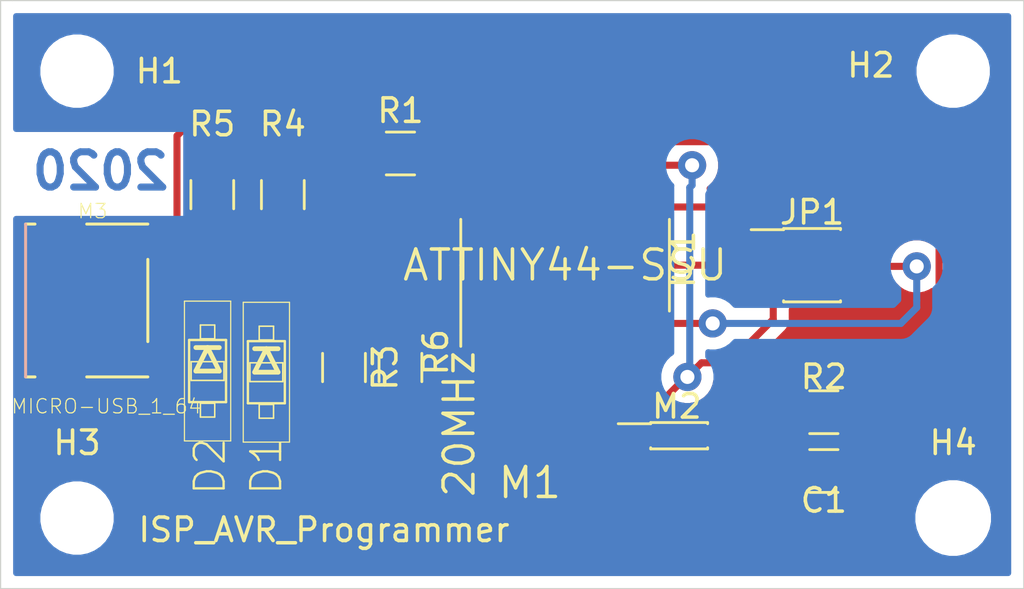
<source format=kicad_pcb>
(kicad_pcb (version 20171130) (host pcbnew "(5.1.4-0-10_14)")

  (general
    (thickness 1.6)
    (drawings 8)
    (tracks 176)
    (zones 0)
    (modules 18)
    (nets 18)
  )

  (page A4)
  (title_block
    (title "César Cruz Diseño de PCB")
    (date 11/01/2020)
    (company CESE-FIUBA)
  )

  (layers
    (0 F.Cu signal)
    (31 B.Cu signal)
    (32 B.Adhes user)
    (33 F.Adhes user)
    (34 B.Paste user)
    (35 F.Paste user)
    (36 B.SilkS user)
    (37 F.SilkS user)
    (38 B.Mask user)
    (39 F.Mask user)
    (40 Dwgs.User user)
    (41 Cmts.User user)
    (42 Eco1.User user)
    (43 Eco2.User user)
    (44 Edge.Cuts user)
    (45 Margin user)
    (46 B.CrtYd user)
    (47 F.CrtYd user)
    (48 B.Fab user)
    (49 F.Fab user hide)
  )

  (setup
    (last_trace_width 0.25)
    (user_trace_width 0.3)
    (trace_clearance 0.2)
    (zone_clearance 0.508)
    (zone_45_only no)
    (trace_min 0.2)
    (via_size 0.8)
    (via_drill 0.4)
    (via_min_size 0.4)
    (via_min_drill 0.3)
    (user_via 1.2 0.6)
    (uvia_size 0.3)
    (uvia_drill 0.1)
    (uvias_allowed no)
    (uvia_min_size 0.2)
    (uvia_min_drill 0.1)
    (edge_width 0.05)
    (segment_width 0.2)
    (pcb_text_width 0.3)
    (pcb_text_size 1.5 1.5)
    (mod_edge_width 0.12)
    (mod_text_size 1 1)
    (mod_text_width 0.15)
    (pad_size 2.1 2.1)
    (pad_drill 2.1)
    (pad_to_mask_clearance 0.051)
    (solder_mask_min_width 0.25)
    (aux_axis_origin 0 0)
    (visible_elements FFFFFF7F)
    (pcbplotparams
      (layerselection 0x010ec_ffffffff)
      (usegerberextensions false)
      (usegerberattributes false)
      (usegerberadvancedattributes false)
      (creategerberjobfile false)
      (excludeedgelayer true)
      (linewidth 0.100000)
      (plotframeref false)
      (viasonmask false)
      (mode 1)
      (useauxorigin false)
      (hpglpennumber 1)
      (hpglpenspeed 20)
      (hpglpendiameter 15.000000)
      (psnegative false)
      (psa4output false)
      (plotreference true)
      (plotvalue true)
      (plotinvisibletext false)
      (padsonsilk false)
      (subtractmaskfromsilk false)
      (outputformat 1)
      (mirror false)
      (drillshape 0)
      (scaleselection 1)
      (outputdirectory "./"))
  )

  (net 0 "")
  (net 1 VCC)
  (net 2 GND)
  (net 3 /XTAL1)
  (net 4 /XTAL2)
  (net 5 /PB3)
  (net 6 "Net-(IC1-Pad5)")
  (net 7 /MOSI)
  (net 8 /MISO)
  (net 9 /SCK)
  (net 10 /RST)
  (net 11 "Net-(IC1-Pad11)")
  (net 12 "Net-(IC1-Pad12)")
  (net 13 "Net-(IC1-Pad13)")
  (net 14 "Net-(JP1-Pad2)")
  (net 15 "Net-(R4-Pad1)")
  (net 16 "Net-(D1-PadCATHODE)")
  (net 17 "Net-(D2-PadCATHODE)")

  (net_class Default "Esta es la clase de red por defecto."
    (clearance 0.2)
    (trace_width 0.25)
    (via_dia 0.8)
    (via_drill 0.4)
    (uvia_dia 0.3)
    (uvia_drill 0.1)
    (add_net /MISO)
    (add_net /MOSI)
    (add_net /PB3)
    (add_net /RST)
    (add_net /SCK)
    (add_net /XTAL1)
    (add_net /XTAL2)
    (add_net GND)
    (add_net "Net-(D1-PadCATHODE)")
    (add_net "Net-(D2-PadCATHODE)")
    (add_net "Net-(IC1-Pad11)")
    (add_net "Net-(IC1-Pad12)")
    (add_net "Net-(IC1-Pad13)")
    (add_net "Net-(IC1-Pad5)")
    (add_net "Net-(JP1-Pad2)")
    (add_net "Net-(R4-Pad1)")
    (add_net VCC)
  )

  (net_class BS2 ""
    (clearance 0.2)
    (trace_width 0.25)
    (via_dia 0.8)
    (via_drill 0.4)
    (uvia_dia 0.3)
    (uvia_drill 0.1)
  )

  (module MountingHole:MountingHole_2.1mm (layer F.Cu) (tedit 5FB07986) (tstamp 5FB0986D)
    (at 128.75 106)
    (descr "Mounting Hole 2.1mm, no annular")
    (tags "mounting hole 2.1mm no annular")
    (path /5FBFC158)
    (attr virtual)
    (fp_text reference H3 (at 0 -3.2) (layer F.SilkS)
      (effects (font (size 1 1) (thickness 0.15)))
    )
    (fp_text value MountingHole (at 0 3.2) (layer F.Fab)
      (effects (font (size 1 1) (thickness 0.15)))
    )
    (fp_text user %R (at 0.3 0) (layer F.Fab)
      (effects (font (size 1 1) (thickness 0.15)))
    )
    (fp_circle (center 0 0) (end 2.1 0) (layer Cmts.User) (width 0.15))
    (fp_circle (center 0 0) (end 2.35 0) (layer F.CrtYd) (width 0.05))
    (pad "" np_thru_hole circle (at 0 0) (size 2.1 2.1) (drill 2.1) (layers *.Cu *.Mask))
  )

  (module Resistor_SMD:R_1206_3216Metric (layer F.Cu) (tedit 5B301BBD) (tstamp 5FB1196B)
    (at 142.5 90.5)
    (descr "Resistor SMD 1206 (3216 Metric), square (rectangular) end terminal, IPC_7351 nominal, (Body size source: http://www.tortai-tech.com/upload/download/2011102023233369053.pdf), generated with kicad-footprint-generator")
    (tags resistor)
    (path /5FC44D74)
    (attr smd)
    (fp_text reference R1 (at 0 -1.82) (layer F.SilkS)
      (effects (font (size 1 1) (thickness 0.15)))
    )
    (fp_text value 0 (at 0 1.82) (layer F.Fab)
      (effects (font (size 1 1) (thickness 0.15)))
    )
    (fp_text user %R (at 0 0) (layer F.Fab)
      (effects (font (size 0.8 0.8) (thickness 0.12)))
    )
    (fp_line (start 2.28 1.12) (end -2.28 1.12) (layer F.CrtYd) (width 0.05))
    (fp_line (start 2.28 -1.12) (end 2.28 1.12) (layer F.CrtYd) (width 0.05))
    (fp_line (start -2.28 -1.12) (end 2.28 -1.12) (layer F.CrtYd) (width 0.05))
    (fp_line (start -2.28 1.12) (end -2.28 -1.12) (layer F.CrtYd) (width 0.05))
    (fp_line (start -0.602064 0.91) (end 0.602064 0.91) (layer F.SilkS) (width 0.12))
    (fp_line (start -0.602064 -0.91) (end 0.602064 -0.91) (layer F.SilkS) (width 0.12))
    (fp_line (start 1.6 0.8) (end -1.6 0.8) (layer F.Fab) (width 0.1))
    (fp_line (start 1.6 -0.8) (end 1.6 0.8) (layer F.Fab) (width 0.1))
    (fp_line (start -1.6 -0.8) (end 1.6 -0.8) (layer F.Fab) (width 0.1))
    (fp_line (start -1.6 0.8) (end -1.6 -0.8) (layer F.Fab) (width 0.1))
    (pad 2 smd roundrect (at 1.4 0) (size 1.25 1.75) (layers F.Cu F.Paste F.Mask) (roundrect_rratio 0.2)
      (net 14 "Net-(JP1-Pad2)"))
    (pad 1 smd roundrect (at -1.4 0) (size 1.25 1.75) (layers F.Cu F.Paste F.Mask) (roundrect_rratio 0.2)
      (net 1 VCC))
    (model ${KISYS3DMOD}/Resistor_SMD.3dshapes/R_1206_3216Metric.wrl
      (at (xyz 0 0 0))
      (scale (xyz 1 1 1))
      (rotate (xyz 0 0 0))
    )
  )

  (module fab:fab-SOIC-14_3.9x8.7mm_P1.27mm (layer F.Cu) (tedit 5EABE9B1) (tstamp 5FA6C5DC)
    (at 149.5 95.25 90)
    (descr "SOIC, 14 Pin, fab version")
    (tags "SOIC fab")
    (path /5F8CD30F)
    (attr smd)
    (fp_text reference IC1 (at 0.25 5 90) (layer F.SilkS)
      (effects (font (size 1 1) (thickness 0.15)))
    )
    (fp_text value ATTINY44-SSU (at 0 0 180) (layer F.SilkS)
      (effects (font (size 1.27 1.27) (thickness 0.15)))
    )
    (fp_line (start 0 4.435) (end 1.95 4.435) (layer F.SilkS) (width 0.12))
    (fp_line (start 0 4.435) (end -1.95 4.435) (layer F.SilkS) (width 0.12))
    (fp_line (start 0 -4.435) (end 1.95 -4.435) (layer F.SilkS) (width 0.12))
    (fp_line (start 0 -4.435) (end -3.45 -4.435) (layer F.SilkS) (width 0.12))
    (fp_line (start -0.975 -4.325) (end 1.95 -4.325) (layer F.Fab) (width 0.1))
    (fp_line (start 1.95 -4.325) (end 1.95 4.325) (layer F.Fab) (width 0.1))
    (fp_line (start 1.95 4.325) (end -1.95 4.325) (layer F.Fab) (width 0.1))
    (fp_line (start -1.95 4.325) (end -1.95 -3.35) (layer F.Fab) (width 0.1))
    (fp_line (start -1.95 -3.35) (end -0.975 -4.325) (layer F.Fab) (width 0.1))
    (pad 1 smd rect (at -2.475 -3.81 90) (size 2 0.6) (layers F.Cu F.Paste F.Mask)
      (net 1 VCC))
    (pad 2 smd rect (at -2.475 -2.54 90) (size 2 0.6) (layers F.Cu F.Paste F.Mask)
      (net 3 /XTAL1))
    (pad 3 smd rect (at -2.475 -1.27 90) (size 2 0.6) (layers F.Cu F.Paste F.Mask)
      (net 4 /XTAL2))
    (pad 4 smd rect (at -2.475 0 90) (size 2 0.6) (layers F.Cu F.Paste F.Mask)
      (net 5 /PB3))
    (pad 5 smd rect (at -2.475 1.27 90) (size 2 0.6) (layers F.Cu F.Paste F.Mask)
      (net 6 "Net-(IC1-Pad5)"))
    (pad 6 smd rect (at -2.475 2.54 90) (size 2 0.6) (layers F.Cu F.Paste F.Mask)
      (net 6 "Net-(IC1-Pad5)"))
    (pad 7 smd rect (at -2.475 3.81 90) (size 2 0.6) (layers F.Cu F.Paste F.Mask)
      (net 7 /MOSI))
    (pad 8 smd rect (at 2.475 3.81 90) (size 2 0.6) (layers F.Cu F.Paste F.Mask)
      (net 8 /MISO))
    (pad 9 smd rect (at 2.475 2.54 90) (size 2 0.6) (layers F.Cu F.Paste F.Mask)
      (net 9 /SCK))
    (pad 10 smd rect (at 2.475 1.27 90) (size 2 0.6) (layers F.Cu F.Paste F.Mask)
      (net 10 /RST))
    (pad 11 smd rect (at 2.475 0 90) (size 2 0.6) (layers F.Cu F.Paste F.Mask)
      (net 11 "Net-(IC1-Pad11)"))
    (pad 12 smd rect (at 2.475 -1.27 90) (size 2 0.6) (layers F.Cu F.Paste F.Mask)
      (net 12 "Net-(IC1-Pad12)"))
    (pad 13 smd rect (at 2.475 -2.54 90) (size 2 0.6) (layers F.Cu F.Paste F.Mask)
      (net 13 "Net-(IC1-Pad13)"))
    (pad 14 smd rect (at 2.475 -3.81 90) (size 2 0.6) (layers F.Cu F.Paste F.Mask)
      (net 2 GND))
    (model ${KISYS3DMOD}/Package_SO.3dshapes/SOIC-14_3.9x8.7mm_P1.27mm.wrl
      (at (xyz 0 0 0))
      (scale (xyz 1 1 1))
      (rotate (xyz 0 0 0))
    )
  )

  (module fab:fab-SOD123 (layer F.Cu) (tedit 200000) (tstamp 5F8A0FB8)
    (at 134.3 99.75 270)
    (descr "SMALL OUTLINE DIODE")
    (tags "SMALL OUTLINE DIODE")
    (path /5F70324B)
    (attr smd)
    (fp_text reference D2 (at 4.05 -0.1 90) (layer F.SilkS)
      (effects (font (size 1.27 1.27) (thickness 0.1016)))
    )
    (fp_text value 3.3V (at 2.85 1.5 90) (layer F.SilkS) hide
      (effects (font (size 1.27 1.27) (thickness 0.1016)))
    )
    (fp_line (start -0.99822 0) (end -0.99822 0.49784) (layer F.SilkS) (width 0.2032))
    (fp_line (start -0.99822 -0.49784) (end -0.99822 0) (layer F.SilkS) (width 0.2032))
    (fp_line (start 0 0.49784) (end -0.99822 0) (layer F.SilkS) (width 0.2032))
    (fp_line (start 0 -0.49784) (end 0 0.49784) (layer F.SilkS) (width 0.2032))
    (fp_line (start -0.99822 0) (end 0 -0.49784) (layer F.SilkS) (width 0.2032))
    (fp_line (start 1.3208 0.78486) (end 1.3208 -0.78486) (layer F.SilkS) (width 0.1016))
    (fp_line (start -1.3208 0.78486) (end -1.3208 -0.78486) (layer F.SilkS) (width 0.1016))
    (fp_line (start -1.3208 0.78486) (end 1.3208 0.78486) (layer F.SilkS) (width 0.1016))
    (fp_line (start -1.3208 -0.78486) (end 1.3208 -0.78486) (layer F.SilkS) (width 0.1016))
    (fp_line (start 2.9718 -0.98298) (end 2.9718 0.98298) (layer F.SilkS) (width 0.0508))
    (fp_line (start -2.9718 0.98298) (end -2.9718 -0.98298) (layer F.SilkS) (width 0.0508))
    (fp_line (start 2.9718 0.98298) (end -2.9718 0.98298) (layer F.SilkS) (width 0.0508))
    (fp_line (start -2.9718 -0.98298) (end 2.9718 -0.98298) (layer F.SilkS) (width 0.0508))
    (fp_line (start -0.39878 0.6985) (end -0.39878 -0.6985) (layer F.SilkS) (width 0.06604))
    (fp_line (start -0.39878 -0.6985) (end 0.39878 -0.6985) (layer F.SilkS) (width 0.06604))
    (fp_line (start 0.39878 0.6985) (end 0.39878 -0.6985) (layer F.SilkS) (width 0.06604))
    (fp_line (start -0.39878 0.6985) (end 0.39878 0.6985) (layer F.SilkS) (width 0.06604))
    (fp_line (start 1.3716 0.3048) (end 1.3716 -0.3048) (layer F.SilkS) (width 0.06604))
    (fp_line (start 1.3716 -0.3048) (end 1.9558 -0.3048) (layer F.SilkS) (width 0.06604))
    (fp_line (start 1.9558 0.3048) (end 1.9558 -0.3048) (layer F.SilkS) (width 0.06604))
    (fp_line (start 1.3716 0.3048) (end 1.9558 0.3048) (layer F.SilkS) (width 0.06604))
    (fp_line (start -1.9558 0.3048) (end -1.9558 -0.3048) (layer F.SilkS) (width 0.06604))
    (fp_line (start -1.9558 -0.3048) (end -1.3716 -0.3048) (layer F.SilkS) (width 0.06604))
    (fp_line (start -1.3716 0.3048) (end -1.3716 -0.3048) (layer F.SilkS) (width 0.06604))
    (fp_line (start -1.9558 0.3048) (end -1.3716 0.3048) (layer F.SilkS) (width 0.06604))
    (pad CATHODE smd rect (at -1.69926 0 270) (size 1.59766 0.79756) (layers F.Cu F.Paste F.Mask)
      (net 17 "Net-(D2-PadCATHODE)"))
    (pad ANODE smd rect (at 1.69926 0 270) (size 1.59766 0.79756) (layers F.Cu F.Paste F.Mask)
      (net 2 GND))
    (model /Users/cesarcruz/Desktop/Master/DCI/TP_FINAL/tpfinal-cesaraul/LIB_SZMMSZ4681T1G/SZMMSZ4681T1G/3D/SZMMSZ4681T1G.stp
      (at (xyz 0 0 0))
      (scale (xyz 1 1 1))
      (rotate (xyz 0 0 0))
    )
  )

  (module fab:fab-SOD123 (layer F.Cu) (tedit 200000) (tstamp 5FB080B4)
    (at 136.8 99.79926 270)
    (descr "SMALL OUTLINE DIODE")
    (tags "SMALL OUTLINE DIODE")
    (path /5F700804)
    (attr smd)
    (fp_text reference D1 (at 4.00074 0 90) (layer F.SilkS)
      (effects (font (size 1.27 1.27) (thickness 0.1016)))
    )
    (fp_text value " 3.3V" (at 3.70074 1.3 90) (layer F.SilkS) hide
      (effects (font (size 1.27 1.27) (thickness 0.1016)))
    )
    (fp_line (start -0.99822 0) (end -0.99822 0.49784) (layer F.SilkS) (width 0.2032))
    (fp_line (start -0.99822 -0.49784) (end -0.99822 0) (layer F.SilkS) (width 0.2032))
    (fp_line (start 0 0.49784) (end -0.99822 0) (layer F.SilkS) (width 0.2032))
    (fp_line (start 0 -0.49784) (end 0 0.49784) (layer F.SilkS) (width 0.2032))
    (fp_line (start -0.99822 0) (end 0 -0.49784) (layer F.SilkS) (width 0.2032))
    (fp_line (start 1.3208 0.78486) (end 1.3208 -0.78486) (layer F.SilkS) (width 0.1016))
    (fp_line (start -1.3208 0.78486) (end -1.3208 -0.78486) (layer F.SilkS) (width 0.1016))
    (fp_line (start -1.3208 0.78486) (end 1.3208 0.78486) (layer F.SilkS) (width 0.1016))
    (fp_line (start -1.3208 -0.78486) (end 1.3208 -0.78486) (layer F.SilkS) (width 0.1016))
    (fp_line (start 2.9718 -0.98298) (end 2.9718 0.98298) (layer F.SilkS) (width 0.0508))
    (fp_line (start -2.9718 0.98298) (end -2.9718 -0.98298) (layer F.SilkS) (width 0.0508))
    (fp_line (start 2.9718 0.98298) (end -2.9718 0.98298) (layer F.SilkS) (width 0.0508))
    (fp_line (start -2.9718 -0.98298) (end 2.9718 -0.98298) (layer F.SilkS) (width 0.0508))
    (fp_line (start -0.39878 0.6985) (end -0.39878 -0.6985) (layer F.SilkS) (width 0.06604))
    (fp_line (start -0.39878 -0.6985) (end 0.39878 -0.6985) (layer F.SilkS) (width 0.06604))
    (fp_line (start 0.39878 0.6985) (end 0.39878 -0.6985) (layer F.SilkS) (width 0.06604))
    (fp_line (start -0.39878 0.6985) (end 0.39878 0.6985) (layer F.SilkS) (width 0.06604))
    (fp_line (start 1.3716 0.3048) (end 1.3716 -0.3048) (layer F.SilkS) (width 0.06604))
    (fp_line (start 1.3716 -0.3048) (end 1.9558 -0.3048) (layer F.SilkS) (width 0.06604))
    (fp_line (start 1.9558 0.3048) (end 1.9558 -0.3048) (layer F.SilkS) (width 0.06604))
    (fp_line (start 1.3716 0.3048) (end 1.9558 0.3048) (layer F.SilkS) (width 0.06604))
    (fp_line (start -1.9558 0.3048) (end -1.9558 -0.3048) (layer F.SilkS) (width 0.06604))
    (fp_line (start -1.9558 -0.3048) (end -1.3716 -0.3048) (layer F.SilkS) (width 0.06604))
    (fp_line (start -1.3716 0.3048) (end -1.3716 -0.3048) (layer F.SilkS) (width 0.06604))
    (fp_line (start -1.9558 0.3048) (end -1.3716 0.3048) (layer F.SilkS) (width 0.06604))
    (pad CATHODE smd rect (at -1.69926 0 270) (size 1.59766 0.79756) (layers F.Cu F.Paste F.Mask)
      (net 16 "Net-(D1-PadCATHODE)"))
    (pad ANODE smd rect (at 1.69926 0 270) (size 1.59766 0.79756) (layers F.Cu F.Paste F.Mask)
      (net 2 GND))
    (model /Users/cesarcruz/Desktop/Master/DCI/TP_FINAL/tpfinal-cesaraul/LIB_SZMMSZ4681T1G/SZMMSZ4681T1G/3D/SZMMSZ4681T1G.stp
      (at (xyz 0 0 0))
      (scale (xyz 1 1 1))
      (rotate (xyz 0 0 0))
    )
  )

  (module fab:fab-EFOBM (layer F.Cu) (tedit 200000) (tstamp 5F8A0FE4)
    (at 148 101.75 90)
    (path /5F6E8255)
    (attr smd)
    (fp_text reference M1 (at -2.75 0 180) (layer F.SilkS)
      (effects (font (size 1.27 1.27) (thickness 0.15)))
    )
    (fp_text value 20MHz (at -0.25 -3 90) (layer F.SilkS)
      (effects (font (size 1.27 1.27) (thickness 0.15)))
    )
    (pad 1 smd rect (at -1.34874 0 180) (size 3.8989 0.79756) (layers F.Cu F.Paste F.Mask)
      (net 3 /XTAL1))
    (pad 2 smd rect (at 0 0) (size 3.8989 0.79756) (layers F.Cu F.Paste F.Mask)
      (net 2 GND))
    (pad 3 smd rect (at 1.34874 0) (size 3.8989 0.79756) (layers F.Cu F.Paste F.Mask)
      (net 4 /XTAL2))
    (model /Users/cesarcruz/Desktop/Master/DCI/TP_FINAL/tpfinal-cesaraul/ECS-CR2-20.00-B-TR.STEP
      (offset (xyz 0 -1.5 0))
      (scale (xyz 1 2.1 1))
      (rotate (xyz 0 0 0))
    )
  )

  (module fab:fab-DX4R005HJ5_64 (layer F.Cu) (tedit 200000) (tstamp 5F8A0FFD)
    (at 129.161921 96.75 270)
    (path /5F9126DB)
    (attr smd)
    (fp_text reference M3 (at -3.7973 -0.254) (layer F.SilkS)
      (effects (font (size 0.6096 0.6096) (thickness 0.0508)))
    )
    (fp_text value MICRO-USB_1_64 (at 4.5 -0.838079) (layer F.SilkS)
      (effects (font (size 0.6096 0.6096) (thickness 0.0508)))
    )
    (fp_line (start 3.24866 2.59842) (end -3.24866 2.59842) (layer B.SilkS) (width 0.127))
    (fp_line (start -3.24866 -2.59842) (end -3.24866 0) (layer F.SilkS) (width 0.127))
    (fp_line (start 3.24866 -2.59842) (end 3.24866 0) (layer F.SilkS) (width 0.127))
    (fp_line (start -1.74752 -2.59842) (end 1.74752 -2.59842) (layer F.SilkS) (width 0.127))
    (fp_line (start -3.24866 2.19964) (end -3.24866 2.59842) (layer F.SilkS) (width 0.127))
    (fp_line (start 3.24866 2.59842) (end 3.24866 2.19964) (layer F.SilkS) (width 0.127))
    (pad D+ smd rect (at 0 -1.59766 270) (size 0.254 1.34874) (layers F.Cu F.Paste F.Mask)
      (net 17 "Net-(D2-PadCATHODE)"))
    (pad D- smd rect (at -0.6477 -1.59766 270) (size 0.254 1.34874) (layers F.Cu F.Paste F.Mask)
      (net 16 "Net-(D1-PadCATHODE)"))
    (pad GND smd rect (at 1.29794 -1.59766 270) (size 0.254 1.34874) (layers F.Cu F.Paste F.Mask)
      (net 2 GND))
    (pad GND@1 smd rect (at -2.49936 -1.94818 270) (size 1.19888 1.29794) (layers F.Cu F.Paste F.Mask))
    (pad GND@2 smd rect (at 2.49936 -1.94818 270) (size 1.19888 1.29794) (layers F.Cu F.Paste F.Mask))
    (pad GND@3 smd rect (at -2.17424 1.09982 270) (size 2.14884 1.89992) (layers F.Cu F.Paste F.Mask))
    (pad GND@4 smd rect (at 2.17424 1.09982 270) (size 2.14884 1.89992) (layers F.Cu F.Paste F.Mask))
    (pad ID smd rect (at 0.6477 -1.59766 270) (size 0.254 1.34874) (layers F.Cu F.Paste F.Mask))
    (pad VBUS smd rect (at -1.29794 -1.59766 270) (size 0.254 1.34874) (layers F.Cu F.Paste F.Mask)
      (net 1 VCC))
  )

  (module Capacitor_SMD:C_1206_3216Metric (layer F.Cu) (tedit 5B301BBE) (tstamp 5FA6B82A)
    (at 160.5 104 180)
    (descr "Capacitor SMD 1206 (3216 Metric), square (rectangular) end terminal, IPC_7351 nominal, (Body size source: http://www.tortai-tech.com/upload/download/2011102023233369053.pdf), generated with kicad-footprint-generator")
    (tags capacitor)
    (path /5F6EB467)
    (attr smd)
    (fp_text reference C1 (at 0 -1.25) (layer F.SilkS)
      (effects (font (size 1 1) (thickness 0.15)))
    )
    (fp_text value 1uF (at 0 1.82) (layer F.Fab)
      (effects (font (size 1 1) (thickness 0.15)))
    )
    (fp_line (start -1.6 0.8) (end -1.6 -0.8) (layer F.Fab) (width 0.1))
    (fp_line (start -1.6 -0.8) (end 1.6 -0.8) (layer F.Fab) (width 0.1))
    (fp_line (start 1.6 -0.8) (end 1.6 0.8) (layer F.Fab) (width 0.1))
    (fp_line (start 1.6 0.8) (end -1.6 0.8) (layer F.Fab) (width 0.1))
    (fp_line (start -0.602064 -0.91) (end 0.602064 -0.91) (layer F.SilkS) (width 0.12))
    (fp_line (start -0.602064 0.91) (end 0.602064 0.91) (layer F.SilkS) (width 0.12))
    (fp_line (start -2.28 1.12) (end -2.28 -1.12) (layer F.CrtYd) (width 0.05))
    (fp_line (start -2.28 -1.12) (end 2.28 -1.12) (layer F.CrtYd) (width 0.05))
    (fp_line (start 2.28 -1.12) (end 2.28 1.12) (layer F.CrtYd) (width 0.05))
    (fp_line (start 2.28 1.12) (end -2.28 1.12) (layer F.CrtYd) (width 0.05))
    (fp_text user %R (at 0 0) (layer F.Fab)
      (effects (font (size 0.8 0.8) (thickness 0.12)))
    )
    (pad 1 smd roundrect (at -1.4 0 180) (size 1.25 1.75) (layers F.Cu F.Paste F.Mask) (roundrect_rratio 0.2)
      (net 1 VCC))
    (pad 2 smd roundrect (at 1.4 0 180) (size 1.25 1.75) (layers F.Cu F.Paste F.Mask) (roundrect_rratio 0.2)
      (net 2 GND))
    (model ${KISYS3DMOD}/Capacitor_SMD.3dshapes/C_1206_3216Metric.wrl
      (at (xyz 0 0 0))
      (scale (xyz 1 1 1))
      (rotate (xyz 0 0 0))
    )
  )

  (module Connector_PinHeader_1.00mm:PinHeader_2x03_P1.00mm_Vertical_SMD (layer F.Cu) (tedit 59FED738) (tstamp 5FA6B83A)
    (at 160 95.25)
    (descr "surface-mounted straight pin header, 2x03, 1.00mm pitch, double rows")
    (tags "Surface mounted pin header SMD 2x03 1.00mm double row")
    (path /5F6E99D1)
    (attr smd)
    (fp_text reference JP1 (at 0 -2.25) (layer F.SilkS)
      (effects (font (size 1 1) (thickness 0.15)))
    )
    (fp_text value PINHD-2X3-SMD (at 0 2.56) (layer F.Fab)
      (effects (font (size 1 1) (thickness 0.15)))
    )
    (fp_line (start 1.15 1.5) (end -1.15 1.5) (layer F.Fab) (width 0.1))
    (fp_line (start -0.8 -1.5) (end 1.15 -1.5) (layer F.Fab) (width 0.1))
    (fp_line (start -1.15 1.5) (end -1.15 -1.15) (layer F.Fab) (width 0.1))
    (fp_line (start -1.15 -1.15) (end -0.8 -1.5) (layer F.Fab) (width 0.1))
    (fp_line (start 1.15 -1.5) (end 1.15 1.5) (layer F.Fab) (width 0.1))
    (fp_line (start -1.15 -1.15) (end -2.4 -1.15) (layer F.Fab) (width 0.1))
    (fp_line (start -2.4 -1.15) (end -2.4 -0.85) (layer F.Fab) (width 0.1))
    (fp_line (start -2.4 -0.85) (end -1.15 -0.85) (layer F.Fab) (width 0.1))
    (fp_line (start 1.15 -1.15) (end 2.4 -1.15) (layer F.Fab) (width 0.1))
    (fp_line (start 2.4 -1.15) (end 2.4 -0.85) (layer F.Fab) (width 0.1))
    (fp_line (start 2.4 -0.85) (end 1.15 -0.85) (layer F.Fab) (width 0.1))
    (fp_line (start -1.15 -0.15) (end -2.4 -0.15) (layer F.Fab) (width 0.1))
    (fp_line (start -2.4 -0.15) (end -2.4 0.15) (layer F.Fab) (width 0.1))
    (fp_line (start -2.4 0.15) (end -1.15 0.15) (layer F.Fab) (width 0.1))
    (fp_line (start 1.15 -0.15) (end 2.4 -0.15) (layer F.Fab) (width 0.1))
    (fp_line (start 2.4 -0.15) (end 2.4 0.15) (layer F.Fab) (width 0.1))
    (fp_line (start 2.4 0.15) (end 1.15 0.15) (layer F.Fab) (width 0.1))
    (fp_line (start -1.15 0.85) (end -2.4 0.85) (layer F.Fab) (width 0.1))
    (fp_line (start -2.4 0.85) (end -2.4 1.15) (layer F.Fab) (width 0.1))
    (fp_line (start -2.4 1.15) (end -1.15 1.15) (layer F.Fab) (width 0.1))
    (fp_line (start 1.15 0.85) (end 2.4 0.85) (layer F.Fab) (width 0.1))
    (fp_line (start 2.4 0.85) (end 2.4 1.15) (layer F.Fab) (width 0.1))
    (fp_line (start 2.4 1.15) (end 1.15 1.15) (layer F.Fab) (width 0.1))
    (fp_line (start -1.21 -1.56) (end 1.21 -1.56) (layer F.SilkS) (width 0.12))
    (fp_line (start -1.21 1.56) (end 1.21 1.56) (layer F.SilkS) (width 0.12))
    (fp_line (start -2.59 -1.51) (end -1.21 -1.51) (layer F.SilkS) (width 0.12))
    (fp_line (start -1.21 -1.56) (end -1.21 -1.51) (layer F.SilkS) (width 0.12))
    (fp_line (start 1.21 -1.56) (end 1.21 -1.51) (layer F.SilkS) (width 0.12))
    (fp_line (start -1.21 1.51) (end -1.21 1.56) (layer F.SilkS) (width 0.12))
    (fp_line (start 1.21 1.51) (end 1.21 1.56) (layer F.SilkS) (width 0.12))
    (fp_line (start -3.65 -2) (end -3.65 2) (layer F.CrtYd) (width 0.05))
    (fp_line (start -3.65 2) (end 3.65 2) (layer F.CrtYd) (width 0.05))
    (fp_line (start 3.65 2) (end 3.65 -2) (layer F.CrtYd) (width 0.05))
    (fp_line (start 3.65 -2) (end -3.65 -2) (layer F.CrtYd) (width 0.05))
    (fp_text user %R (at 0 0 90) (layer F.Fab)
      (effects (font (size 1 1) (thickness 0.15)))
    )
    (pad 1 smd rect (at -1.65 -1) (size 2 0.5) (layers F.Cu F.Paste F.Mask)
      (net 8 /MISO))
    (pad 2 smd rect (at 1.65 -1) (size 2 0.5) (layers F.Cu F.Paste F.Mask)
      (net 14 "Net-(JP1-Pad2)"))
    (pad 3 smd rect (at -1.65 0) (size 2 0.5) (layers F.Cu F.Paste F.Mask)
      (net 9 /SCK))
    (pad 4 smd rect (at 1.65 0) (size 2 0.5) (layers F.Cu F.Paste F.Mask)
      (net 7 /MOSI))
    (pad 5 smd rect (at -1.65 1) (size 2 0.5) (layers F.Cu F.Paste F.Mask)
      (net 10 /RST))
    (pad 6 smd rect (at 1.65 1) (size 2 0.5) (layers F.Cu F.Paste F.Mask)
      (net 2 GND))
    (model ${KISYS3DMOD}/Connector_PinHeader_1.00mm.3dshapes/PinHeader_2x03_P1.00mm_Vertical_SMD.wrl
      (at (xyz 0 0 0))
      (scale (xyz 1 1 1))
      (rotate (xyz 0 0 0))
    )
  )

  (module Connector_PinHeader_1.00mm:PinHeader_2x01_P1.00mm_Vertical_SMD (layer F.Cu) (tedit 59FED738) (tstamp 5FA6B866)
    (at 154.35 102.5)
    (descr "surface-mounted straight pin header, 2x01, 1.00mm pitch, double rows")
    (tags "Surface mounted pin header SMD 2x01 1.00mm double row")
    (path /5F8EC706)
    (attr smd)
    (fp_text reference M2 (at -0.1 -1.25) (layer F.SilkS)
      (effects (font (size 1 1) (thickness 0.15)))
    )
    (fp_text value PINHD-1x02-SMD-HEADER (at 0.4 3.5) (layer F.Fab)
      (effects (font (size 1 1) (thickness 0.15)))
    )
    (fp_line (start 1.15 0.5) (end -1.15 0.5) (layer F.Fab) (width 0.1))
    (fp_line (start -0.8 -0.5) (end 1.15 -0.5) (layer F.Fab) (width 0.1))
    (fp_line (start -1.15 0.5) (end -1.15 -0.15) (layer F.Fab) (width 0.1))
    (fp_line (start -1.15 -0.15) (end -0.8 -0.5) (layer F.Fab) (width 0.1))
    (fp_line (start 1.15 -0.5) (end 1.15 0.5) (layer F.Fab) (width 0.1))
    (fp_line (start -1.15 -0.15) (end -2.4 -0.15) (layer F.Fab) (width 0.1))
    (fp_line (start -2.4 -0.15) (end -2.4 0.15) (layer F.Fab) (width 0.1))
    (fp_line (start -2.4 0.15) (end -1.15 0.15) (layer F.Fab) (width 0.1))
    (fp_line (start 1.15 -0.15) (end 2.4 -0.15) (layer F.Fab) (width 0.1))
    (fp_line (start 2.4 -0.15) (end 2.4 0.15) (layer F.Fab) (width 0.1))
    (fp_line (start 2.4 0.15) (end 1.15 0.15) (layer F.Fab) (width 0.1))
    (fp_line (start -1.21 -0.56) (end 1.21 -0.56) (layer F.SilkS) (width 0.12))
    (fp_line (start -1.21 0.56) (end 1.21 0.56) (layer F.SilkS) (width 0.12))
    (fp_line (start -2.59 -0.51) (end -1.21 -0.51) (layer F.SilkS) (width 0.12))
    (fp_line (start -1.21 -0.56) (end -1.21 -0.51) (layer F.SilkS) (width 0.12))
    (fp_line (start 1.21 -0.56) (end 1.21 -0.51) (layer F.SilkS) (width 0.12))
    (fp_line (start -1.21 0.51) (end -1.21 0.56) (layer F.SilkS) (width 0.12))
    (fp_line (start 1.21 0.51) (end 1.21 0.56) (layer F.SilkS) (width 0.12))
    (fp_line (start -3.65 -1) (end -3.65 1) (layer F.CrtYd) (width 0.05))
    (fp_line (start -3.65 1) (end 3.65 1) (layer F.CrtYd) (width 0.05))
    (fp_line (start 3.65 1) (end 3.65 -1) (layer F.CrtYd) (width 0.05))
    (fp_line (start 3.65 -1) (end -3.65 -1) (layer F.CrtYd) (width 0.05))
    (fp_text user %R (at 0 0) (layer F.Fab)
      (effects (font (size 1 1) (thickness 0.15)))
    )
    (pad 1 smd rect (at -1.65 0) (size 2 0.5) (layers F.Cu F.Paste F.Mask)
      (net 10 /RST))
    (pad 2 smd rect (at 1.65 0) (size 2 0.5) (layers F.Cu F.Paste F.Mask)
      (net 5 /PB3))
    (model ${KISYS3DMOD}/Connector_PinHeader_1.00mm.3dshapes/PinHeader_2x01_P1.00mm_Vertical_SMD.wrl
      (at (xyz 0 0 0))
      (scale (xyz 1 1 1))
      (rotate (xyz 0 0 0))
    )
  )

  (module Resistor_SMD:R_1206_3216Metric (layer F.Cu) (tedit 5B301BBD) (tstamp 5FA6B892)
    (at 160.5 101.5 180)
    (descr "Resistor SMD 1206 (3216 Metric), square (rectangular) end terminal, IPC_7351 nominal, (Body size source: http://www.tortai-tech.com/upload/download/2011102023233369053.pdf), generated with kicad-footprint-generator")
    (tags resistor)
    (path /5F8E38B9)
    (attr smd)
    (fp_text reference R2 (at 0 1.5) (layer F.SilkS)
      (effects (font (size 1 1) (thickness 0.15)))
    )
    (fp_text value 10K (at 0 1.82) (layer F.Fab)
      (effects (font (size 1 1) (thickness 0.15)))
    )
    (fp_line (start -1.6 0.8) (end -1.6 -0.8) (layer F.Fab) (width 0.1))
    (fp_line (start -1.6 -0.8) (end 1.6 -0.8) (layer F.Fab) (width 0.1))
    (fp_line (start 1.6 -0.8) (end 1.6 0.8) (layer F.Fab) (width 0.1))
    (fp_line (start 1.6 0.8) (end -1.6 0.8) (layer F.Fab) (width 0.1))
    (fp_line (start -0.602064 -0.91) (end 0.602064 -0.91) (layer F.SilkS) (width 0.12))
    (fp_line (start -0.602064 0.91) (end 0.602064 0.91) (layer F.SilkS) (width 0.12))
    (fp_line (start -2.28 1.12) (end -2.28 -1.12) (layer F.CrtYd) (width 0.05))
    (fp_line (start -2.28 -1.12) (end 2.28 -1.12) (layer F.CrtYd) (width 0.05))
    (fp_line (start 2.28 -1.12) (end 2.28 1.12) (layer F.CrtYd) (width 0.05))
    (fp_line (start 2.28 1.12) (end -2.28 1.12) (layer F.CrtYd) (width 0.05))
    (fp_text user %R (at 0 0) (layer F.Fab)
      (effects (font (size 0.8 0.8) (thickness 0.12)))
    )
    (pad 1 smd roundrect (at -1.4 0 180) (size 1.25 1.75) (layers F.Cu F.Paste F.Mask) (roundrect_rratio 0.2)
      (net 1 VCC))
    (pad 2 smd roundrect (at 1.4 0 180) (size 1.25 1.75) (layers F.Cu F.Paste F.Mask) (roundrect_rratio 0.2)
      (net 5 /PB3))
    (model ${KISYS3DMOD}/Resistor_SMD.3dshapes/R_1206_3216Metric.wrl
      (at (xyz 0 0 0))
      (scale (xyz 1 1 1))
      (rotate (xyz 0 0 0))
    )
  )

  (module Resistor_SMD:R_1206_3216Metric (layer F.Cu) (tedit 5B301BBD) (tstamp 5FA6B8A2)
    (at 140.1 99.6 90)
    (descr "Resistor SMD 1206 (3216 Metric), square (rectangular) end terminal, IPC_7351 nominal, (Body size source: http://www.tortai-tech.com/upload/download/2011102023233369053.pdf), generated with kicad-footprint-generator")
    (tags resistor)
    (path /5F8C6925)
    (attr smd)
    (fp_text reference R3 (at 0 1.75 90) (layer F.SilkS)
      (effects (font (size 1 1) (thickness 0.15)))
    )
    (fp_text value 100 (at 0 1.82 90) (layer F.Fab)
      (effects (font (size 1 1) (thickness 0.15)))
    )
    (fp_line (start -1.6 0.8) (end -1.6 -0.8) (layer F.Fab) (width 0.1))
    (fp_line (start -1.6 -0.8) (end 1.6 -0.8) (layer F.Fab) (width 0.1))
    (fp_line (start 1.6 -0.8) (end 1.6 0.8) (layer F.Fab) (width 0.1))
    (fp_line (start 1.6 0.8) (end -1.6 0.8) (layer F.Fab) (width 0.1))
    (fp_line (start -0.602064 -0.91) (end 0.602064 -0.91) (layer F.SilkS) (width 0.12))
    (fp_line (start -0.602064 0.91) (end 0.602064 0.91) (layer F.SilkS) (width 0.12))
    (fp_line (start -2.28 1.12) (end -2.28 -1.12) (layer F.CrtYd) (width 0.05))
    (fp_line (start -2.28 -1.12) (end 2.28 -1.12) (layer F.CrtYd) (width 0.05))
    (fp_line (start 2.28 -1.12) (end 2.28 1.12) (layer F.CrtYd) (width 0.05))
    (fp_line (start 2.28 1.12) (end -2.28 1.12) (layer F.CrtYd) (width 0.05))
    (fp_text user %R (at 0 0 90) (layer F.Fab)
      (effects (font (size 0.8 0.8) (thickness 0.12)))
    )
    (pad 1 smd roundrect (at -1.4 0 90) (size 1.25 1.75) (layers F.Cu F.Paste F.Mask) (roundrect_rratio 0.2)
      (net 17 "Net-(D2-PadCATHODE)"))
    (pad 2 smd roundrect (at 1.4 0 90) (size 1.25 1.75) (layers F.Cu F.Paste F.Mask) (roundrect_rratio 0.2)
      (net 6 "Net-(IC1-Pad5)"))
    (model ${KISYS3DMOD}/Resistor_SMD.3dshapes/R_1206_3216Metric.wrl
      (at (xyz 0 0 0))
      (scale (xyz 1 1 1))
      (rotate (xyz 0 0 0))
    )
  )

  (module Resistor_SMD:R_1206_3216Metric (layer F.Cu) (tedit 5B301BBD) (tstamp 5FA6B8B2)
    (at 134.5 92.25 270)
    (descr "Resistor SMD 1206 (3216 Metric), square (rectangular) end terminal, IPC_7351 nominal, (Body size source: http://www.tortai-tech.com/upload/download/2011102023233369053.pdf), generated with kicad-footprint-generator")
    (tags resistor)
    (path /5F6FE07F)
    (attr smd)
    (fp_text reference R4 (at -3 -3 180) (layer F.SilkS)
      (effects (font (size 1 1) (thickness 0.15)))
    )
    (fp_text value 1K (at 0 1.82 90) (layer F.Fab)
      (effects (font (size 1 1) (thickness 0.15)))
    )
    (fp_line (start -1.6 0.8) (end -1.6 -0.8) (layer F.Fab) (width 0.1))
    (fp_line (start -1.6 -0.8) (end 1.6 -0.8) (layer F.Fab) (width 0.1))
    (fp_line (start 1.6 -0.8) (end 1.6 0.8) (layer F.Fab) (width 0.1))
    (fp_line (start 1.6 0.8) (end -1.6 0.8) (layer F.Fab) (width 0.1))
    (fp_line (start -0.602064 -0.91) (end 0.602064 -0.91) (layer F.SilkS) (width 0.12))
    (fp_line (start -0.602064 0.91) (end 0.602064 0.91) (layer F.SilkS) (width 0.12))
    (fp_line (start -2.28 1.12) (end -2.28 -1.12) (layer F.CrtYd) (width 0.05))
    (fp_line (start -2.28 -1.12) (end 2.28 -1.12) (layer F.CrtYd) (width 0.05))
    (fp_line (start 2.28 -1.12) (end 2.28 1.12) (layer F.CrtYd) (width 0.05))
    (fp_line (start 2.28 1.12) (end -2.28 1.12) (layer F.CrtYd) (width 0.05))
    (fp_text user %R (at 0 0 90) (layer F.Fab)
      (effects (font (size 0.8 0.8) (thickness 0.12)))
    )
    (pad 1 smd roundrect (at -1.4 0 270) (size 1.25 1.75) (layers F.Cu F.Paste F.Mask) (roundrect_rratio 0.2)
      (net 15 "Net-(R4-Pad1)"))
    (pad 2 smd roundrect (at 1.4 0 270) (size 1.25 1.75) (layers F.Cu F.Paste F.Mask) (roundrect_rratio 0.2)
      (net 16 "Net-(D1-PadCATHODE)"))
    (model ${KISYS3DMOD}/Resistor_SMD.3dshapes/R_1206_3216Metric.wrl
      (at (xyz 0 0 0))
      (scale (xyz 1 1 1))
      (rotate (xyz 0 0 0))
    )
  )

  (module Resistor_SMD:R_1206_3216Metric (layer F.Cu) (tedit 5B301BBD) (tstamp 5FA6B8C2)
    (at 137.5 92.25 90)
    (descr "Resistor SMD 1206 (3216 Metric), square (rectangular) end terminal, IPC_7351 nominal, (Body size source: http://www.tortai-tech.com/upload/download/2011102023233369053.pdf), generated with kicad-footprint-generator")
    (tags resistor)
    (path /5F8A9CBD)
    (attr smd)
    (fp_text reference R5 (at 3 -3 180) (layer F.SilkS)
      (effects (font (size 1 1) (thickness 0.15)))
    )
    (fp_text value 499 (at 0 1.82 90) (layer F.Fab)
      (effects (font (size 1 1) (thickness 0.15)))
    )
    (fp_text user %R (at 0 0 90) (layer F.Fab)
      (effects (font (size 0.8 0.8) (thickness 0.12)))
    )
    (fp_line (start 2.28 1.12) (end -2.28 1.12) (layer F.CrtYd) (width 0.05))
    (fp_line (start 2.28 -1.12) (end 2.28 1.12) (layer F.CrtYd) (width 0.05))
    (fp_line (start -2.28 -1.12) (end 2.28 -1.12) (layer F.CrtYd) (width 0.05))
    (fp_line (start -2.28 1.12) (end -2.28 -1.12) (layer F.CrtYd) (width 0.05))
    (fp_line (start -0.602064 0.91) (end 0.602064 0.91) (layer F.SilkS) (width 0.12))
    (fp_line (start -0.602064 -0.91) (end 0.602064 -0.91) (layer F.SilkS) (width 0.12))
    (fp_line (start 1.6 0.8) (end -1.6 0.8) (layer F.Fab) (width 0.1))
    (fp_line (start 1.6 -0.8) (end 1.6 0.8) (layer F.Fab) (width 0.1))
    (fp_line (start -1.6 -0.8) (end 1.6 -0.8) (layer F.Fab) (width 0.1))
    (fp_line (start -1.6 0.8) (end -1.6 -0.8) (layer F.Fab) (width 0.1))
    (pad 2 smd roundrect (at 1.4 0 90) (size 1.25 1.75) (layers F.Cu F.Paste F.Mask) (roundrect_rratio 0.2)
      (net 1 VCC))
    (pad 1 smd roundrect (at -1.4 0 90) (size 1.25 1.75) (layers F.Cu F.Paste F.Mask) (roundrect_rratio 0.2)
      (net 15 "Net-(R4-Pad1)"))
    (model ${KISYS3DMOD}/Resistor_SMD.3dshapes/R_1206_3216Metric.wrl
      (at (xyz 0 0 0))
      (scale (xyz 1 1 1))
      (rotate (xyz 0 0 0))
    )
  )

  (module Resistor_SMD:R_1206_3216Metric (layer F.Cu) (tedit 5B301BBD) (tstamp 5FB06BC3)
    (at 142.5 99.6 270)
    (descr "Resistor SMD 1206 (3216 Metric), square (rectangular) end terminal, IPC_7351 nominal, (Body size source: http://www.tortai-tech.com/upload/download/2011102023233369053.pdf), generated with kicad-footprint-generator")
    (tags resistor)
    (path /5F8C7BE4)
    (attr smd)
    (fp_text reference R6 (at -0.65 -1.5 90) (layer F.SilkS)
      (effects (font (size 1 1) (thickness 0.15)))
    )
    (fp_text value 100 (at 0 -1.5 90) (layer F.Fab)
      (effects (font (size 1 1) (thickness 0.15)))
    )
    (fp_text user %R (at 0 0 90) (layer F.Fab)
      (effects (font (size 0.8 0.8) (thickness 0.12)))
    )
    (fp_line (start 2.28 1.12) (end -2.28 1.12) (layer F.CrtYd) (width 0.05))
    (fp_line (start 2.28 -1.12) (end 2.28 1.12) (layer F.CrtYd) (width 0.05))
    (fp_line (start -2.28 -1.12) (end 2.28 -1.12) (layer F.CrtYd) (width 0.05))
    (fp_line (start -2.28 1.12) (end -2.28 -1.12) (layer F.CrtYd) (width 0.05))
    (fp_line (start -0.602064 0.91) (end 0.602064 0.91) (layer F.SilkS) (width 0.12))
    (fp_line (start -0.602064 -0.91) (end 0.602064 -0.91) (layer F.SilkS) (width 0.12))
    (fp_line (start 1.6 0.8) (end -1.6 0.8) (layer F.Fab) (width 0.1))
    (fp_line (start 1.6 -0.8) (end 1.6 0.8) (layer F.Fab) (width 0.1))
    (fp_line (start -1.6 -0.8) (end 1.6 -0.8) (layer F.Fab) (width 0.1))
    (fp_line (start -1.6 0.8) (end -1.6 -0.8) (layer F.Fab) (width 0.1))
    (pad 2 smd roundrect (at 1.4 0 270) (size 1.25 1.75) (layers F.Cu F.Paste F.Mask) (roundrect_rratio 0.2)
      (net 13 "Net-(IC1-Pad13)"))
    (pad 1 smd roundrect (at -1.4 0 270) (size 1.25 1.75) (layers F.Cu F.Paste F.Mask) (roundrect_rratio 0.2)
      (net 16 "Net-(D1-PadCATHODE)"))
    (model ${KISYS3DMOD}/Resistor_SMD.3dshapes/R_1206_3216Metric.wrl
      (at (xyz 0 0 0))
      (scale (xyz 1 1 1))
      (rotate (xyz 0 0 0))
    )
  )

  (module MountingHole:MountingHole_2.2mm_M2 (layer F.Cu) (tedit 56D1B4CB) (tstamp 5FB08CCC)
    (at 166 106)
    (descr "Mounting Hole 2.2mm, no annular, M2")
    (tags "mounting hole 2.2mm no annular m2")
    (path /5FBFC6AE)
    (attr virtual)
    (fp_text reference H4 (at 0 -3.2) (layer F.SilkS)
      (effects (font (size 1 1) (thickness 0.15)))
    )
    (fp_text value MountingHole (at 0 3.2) (layer F.Fab)
      (effects (font (size 1 1) (thickness 0.15)))
    )
    (fp_circle (center 0 0) (end 2.45 0) (layer F.CrtYd) (width 0.05))
    (fp_circle (center 0 0) (end 2.2 0) (layer Cmts.User) (width 0.15))
    (fp_text user %R (at 0.3 0) (layer F.Fab)
      (effects (font (size 1 1) (thickness 0.15)))
    )
    (pad 1 np_thru_hole circle (at 0 0) (size 2.2 2.2) (drill 2.2) (layers *.Cu *.Mask))
  )

  (module MountingHole:MountingHole_2.1mm (layer F.Cu) (tedit 5B924765) (tstamp 5FB08D4C)
    (at 128.75 87)
    (descr "Mounting Hole 2.1mm, no annular")
    (tags "mounting hole 2.1mm no annular")
    (path /5FBFB1B6)
    (attr virtual)
    (fp_text reference H1 (at 3.5 0) (layer F.SilkS)
      (effects (font (size 1 1) (thickness 0.15)))
    )
    (fp_text value MountingHole (at 0 3.2) (layer F.Fab)
      (effects (font (size 1 1) (thickness 0.15)))
    )
    (fp_text user %R (at 0.3 0) (layer F.Fab)
      (effects (font (size 1 1) (thickness 0.15)))
    )
    (fp_circle (center 0 0) (end 2.1 0) (layer Cmts.User) (width 0.15))
    (fp_circle (center 0 0) (end 2.35 0) (layer F.CrtYd) (width 0.05))
    (pad "" np_thru_hole circle (at 0 0) (size 2.1 2.1) (drill 2.1) (layers *.Cu *.Mask))
  )

  (module MountingHole:MountingHole_2.1mm (layer F.Cu) (tedit 5B924765) (tstamp 5FB08D53)
    (at 166 87)
    (descr "Mounting Hole 2.1mm, no annular")
    (tags "mounting hole 2.1mm no annular")
    (path /5FBFBBEB)
    (attr virtual)
    (fp_text reference H2 (at -3.5 -0.25) (layer F.SilkS)
      (effects (font (size 1 1) (thickness 0.15)))
    )
    (fp_text value MountingHole (at 0 3.2) (layer F.Fab)
      (effects (font (size 1 1) (thickness 0.15)))
    )
    (fp_circle (center 0 0) (end 2.35 0) (layer F.CrtYd) (width 0.05))
    (fp_circle (center 0 0) (end 2.1 0) (layer Cmts.User) (width 0.15))
    (fp_text user %R (at 0.3 0) (layer F.Fab)
      (effects (font (size 1 1) (thickness 0.15)))
    )
    (pad "" np_thru_hole circle (at 0 0) (size 2.1 2.1) (drill 2.1) (layers *.Cu *.Mask))
  )

  (gr_line (start 125.5 84) (end 126 84) (layer Edge.Cuts) (width 0.05) (tstamp 5FB0B9BB))
  (gr_line (start 125.5 109) (end 125.5 84) (layer Edge.Cuts) (width 0.05))
  (gr_line (start 126 109) (end 125.5 109) (layer Edge.Cuts) (width 0.05))
  (gr_line (start 126 109) (end 169 109) (layer Edge.Cuts) (width 0.05) (tstamp 5FB0B8BB))
  (gr_line (start 169 84) (end 126 84) (layer Edge.Cuts) (width 0.05))
  (gr_line (start 169 84) (end 169 109) (layer Edge.Cuts) (width 0.05))
  (gr_text 2020 (at 129.75 91.25) (layer B.Cu)
    (effects (font (size 1.5 1.5) (thickness 0.3)) (justify mirror))
  )
  (gr_text ISP_AVR_Programmer (at 139.25 106.5) (layer F.SilkS)
    (effects (font (size 1 1) (thickness 0.15)))
  )

  (segment (start 144.77499 98.04001) (end 144.77499 104.57499) (width 0.3) (layer F.Cu) (net 1))
  (segment (start 145.09 97.725) (end 144.77499 98.04001) (width 0.3) (layer F.Cu) (net 1))
  (segment (start 145.69 97.725) (end 145.09 97.725) (width 0.3) (layer F.Cu) (net 1) (status 10))
  (segment (start 144.77499 104.57499) (end 145.9 105.7) (width 0.3) (layer F.Cu) (net 1))
  (segment (start 145.9 105.7) (end 161.3 105.7) (width 0.3) (layer F.Cu) (net 1))
  (segment (start 161.9 105.1) (end 161.9 104) (width 0.3) (layer F.Cu) (net 1) (status 20))
  (segment (start 161.3 105.7) (end 161.9 105.1) (width 0.3) (layer F.Cu) (net 1))
  (segment (start 161.9 101.5) (end 161.9 104) (width 0.3) (layer F.Cu) (net 1) (status 30))
  (segment (start 131.733951 95.45206) (end 130.759581 95.45206) (width 0.3) (layer F.Cu) (net 1) (status 20))
  (segment (start 133 89.75) (end 133 94.186011) (width 0.3) (layer F.Cu) (net 1))
  (segment (start 133.5 89.25) (end 133 89.75) (width 0.3) (layer F.Cu) (net 1))
  (segment (start 165.9 91.1) (end 163.07499 88.27499) (width 0.3) (layer F.Cu) (net 1))
  (segment (start 133 94.186011) (end 131.733951 95.45206) (width 0.3) (layer F.Cu) (net 1))
  (segment (start 140.47501 88.27499) (end 139.5 89.25) (width 0.3) (layer F.Cu) (net 1))
  (segment (start 165.9 100.34998) (end 165.9 91.1) (width 0.3) (layer F.Cu) (net 1))
  (segment (start 163.07499 88.27499) (end 140.47501 88.27499) (width 0.3) (layer F.Cu) (net 1))
  (segment (start 164.75 101.5) (end 165.90002 100.34998) (width 0.3) (layer F.Cu) (net 1))
  (segment (start 161.9 101.5) (end 164.74998 101.5) (width 0.3) (layer F.Cu) (net 1) (status 10))
  (segment (start 139.5 89.625) (end 139.5 89.25) (width 0.3) (layer F.Cu) (net 1))
  (segment (start 140.375 90.5) (end 139.5 89.625) (width 0.3) (layer F.Cu) (net 1))
  (segment (start 141.1 90.5) (end 140.375 90.5) (width 0.3) (layer F.Cu) (net 1))
  (segment (start 137.5 90.125) (end 137.5 89.25) (width 0.3) (layer F.Cu) (net 1))
  (segment (start 137.5 90.85) (end 137.5 90.125) (width 0.3) (layer F.Cu) (net 1))
  (segment (start 137.5 89.25) (end 133.5 89.25) (width 0.3) (layer F.Cu) (net 1))
  (segment (start 139.5 89.25) (end 137.5 89.25) (width 0.3) (layer F.Cu) (net 1))
  (segment (start 145.5 92.585) (end 145.69 92.775) (width 0.25) (layer F.Cu) (net 2) (status 30))
  (segment (start 131.733951 98.04794) (end 130.759581 98.04794) (width 0.3) (layer F.Cu) (net 2) (status 20))
  (segment (start 144.565 92.25) (end 142.5 92.25) (width 0.3) (layer F.Cu) (net 2))
  (segment (start 145.09 92.775) (end 144.565 92.25) (width 0.3) (layer F.Cu) (net 2))
  (segment (start 145.69 92.775) (end 145.09 92.775) (width 0.3) (layer F.Cu) (net 2) (status 10))
  (segment (start 159.1 104) (end 159.825 104) (width 0.3) (layer F.Cu) (net 2) (status 10))
  (segment (start 160.5 103.325) (end 160.5 100.5) (width 0.3) (layer F.Cu) (net 2))
  (segment (start 159.825 104) (end 160.5 103.325) (width 0.3) (layer F.Cu) (net 2))
  (segment (start 160.5 100.5) (end 161.3 99.7) (width 0.3) (layer F.Cu) (net 2))
  (segment (start 161.3 97.15) (end 161.3 99.7) (width 0.3) (layer F.Cu) (net 2))
  (segment (start 161.65 96.8) (end 161.3 97.15) (width 0.3) (layer F.Cu) (net 2))
  (segment (start 161.65 96.25) (end 161.65 96.8) (width 0.3) (layer F.Cu) (net 2) (status 10))
  (segment (start 150.24945 101.75) (end 150.5 102.00055) (width 0.3) (layer F.Cu) (net 2))
  (segment (start 148 101.75) (end 150.24945 101.75) (width 0.3) (layer F.Cu) (net 2) (status 10))
  (segment (start 150.5 102.00055) (end 150.5 103.20712) (width 0.3) (layer F.Cu) (net 2))
  (segment (start 158.40429 104.69571) (end 159.1 104) (width 0.3) (layer F.Cu) (net 2) (status 20))
  (segment (start 151.98859 104.69571) (end 158.40429 104.69571) (width 0.3) (layer F.Cu) (net 2))
  (segment (start 150.5 103.20712) (end 151.98859 104.69571) (width 0.3) (layer F.Cu) (net 2))
  (segment (start 162.8 88.9) (end 165.4 91.5) (width 0.3) (layer F.Cu) (net 2))
  (segment (start 143.2 88.9) (end 162.8 88.9) (width 0.3) (layer F.Cu) (net 2))
  (segment (start 142.5 92.25) (end 142.5 89.6) (width 0.3) (layer F.Cu) (net 2))
  (segment (start 165.4 97.6) (end 165.4 97.2) (width 0.3) (layer F.Cu) (net 2))
  (segment (start 163.3 99.7) (end 165.4 97.6) (width 0.3) (layer F.Cu) (net 2))
  (segment (start 165.4 97.2) (end 165.4 97.4) (width 0.3) (layer F.Cu) (net 2))
  (segment (start 161.3 99.7) (end 163.3 99.7) (width 0.3) (layer F.Cu) (net 2))
  (segment (start 165.4 91.5) (end 165.4 97.2) (width 0.3) (layer F.Cu) (net 2))
  (segment (start 133.60122 101.44926) (end 132.8 100.64804) (width 0.3) (layer F.Cu) (net 2))
  (segment (start 134.3 101.44926) (end 133.60122 101.44926) (width 0.3) (layer F.Cu) (net 2) (status 10))
  (segment (start 132.8 100.64804) (end 132.8 98.8) (width 0.3) (layer F.Cu) (net 2))
  (segment (start 132.04794 98.04794) (end 131.733951 98.04794) (width 0.3) (layer F.Cu) (net 2))
  (segment (start 132.8 98.8) (end 132.04794 98.04794) (width 0.3) (layer F.Cu) (net 2))
  (segment (start 136.75074 101.44926) (end 136.8 101.49852) (width 0.3) (layer F.Cu) (net 2) (status 30))
  (segment (start 134.3 101.44926) (end 136.75074 101.44926) (width 0.3) (layer F.Cu) (net 2) (status 30))
  (segment (start 136.8 100.39969) (end 137.8 99.39969) (width 0.3) (layer F.Cu) (net 2))
  (segment (start 136.8 101.49852) (end 136.8 100.39969) (width 0.3) (layer F.Cu) (net 2) (status 10))
  (segment (start 142.5 92.40712) (end 142.5 92.25) (width 0.3) (layer F.Cu) (net 2))
  (segment (start 137.8 97.10712) (end 142.5 92.40712) (width 0.3) (layer F.Cu) (net 2))
  (segment (start 137.8 99.39969) (end 137.8 97.10712) (width 0.3) (layer F.Cu) (net 2))
  (segment (start 142.5 89.6) (end 143.2 88.9) (width 0.3) (layer F.Cu) (net 2))
  (segment (start 146.96 99.025) (end 146.585 99.4) (width 0.3) (layer F.Cu) (net 3))
  (segment (start 146.96 97.725) (end 146.96 99.025) (width 0.3) (layer F.Cu) (net 3) (status 10))
  (segment (start 146.585 99.4) (end 145.7 99.4) (width 0.3) (layer F.Cu) (net 3))
  (segment (start 145.7 99.4) (end 145.3 99.8) (width 0.3) (layer F.Cu) (net 3))
  (segment (start 145.3 102.59819) (end 145.80055 103.09874) (width 0.3) (layer F.Cu) (net 3))
  (segment (start 145.3 99.8) (end 145.3 102.59819) (width 0.3) (layer F.Cu) (net 3))
  (segment (start 145.80055 103.09874) (end 148 103.09874) (width 0.3) (layer F.Cu) (net 3) (status 20))
  (segment (start 148.23 100.17126) (end 148 100.40126) (width 0.3) (layer F.Cu) (net 4) (status 30))
  (segment (start 148.23 97.725) (end 148.23 100.17126) (width 0.3) (layer F.Cu) (net 4) (status 30))
  (segment (start 158.5 101.5) (end 158.849 101.5) (width 0.25) (layer F.Cu) (net 5) (status 30))
  (segment (start 156 103.4) (end 156 102.5) (width 0.3) (layer F.Cu) (net 5) (status 20))
  (segment (start 151.1 103.1) (end 151.7 103.7) (width 0.3) (layer F.Cu) (net 5))
  (segment (start 151.1 100) (end 151.1 103.1) (width 0.3) (layer F.Cu) (net 5))
  (segment (start 150.5 99.4) (end 151.1 100) (width 0.3) (layer F.Cu) (net 5))
  (segment (start 155.7 103.7) (end 156 103.4) (width 0.3) (layer F.Cu) (net 5))
  (segment (start 149.875 99.4) (end 150.5 99.4) (width 0.3) (layer F.Cu) (net 5))
  (segment (start 149.5 99.025) (end 149.875 99.4) (width 0.3) (layer F.Cu) (net 5))
  (segment (start 151.7 103.7) (end 155.7 103.7) (width 0.3) (layer F.Cu) (net 5))
  (segment (start 149.5 97.725) (end 149.5 99.025) (width 0.3) (layer F.Cu) (net 5) (status 10))
  (segment (start 158.375 101.5) (end 159.1 101.5) (width 0.3) (layer F.Cu) (net 5) (status 20))
  (segment (start 156.45 101.5) (end 158.375 101.5) (width 0.3) (layer F.Cu) (net 5))
  (segment (start 156 101.95) (end 156.45 101.5) (width 0.3) (layer F.Cu) (net 5))
  (segment (start 156 102.5) (end 156 101.95) (width 0.3) (layer F.Cu) (net 5) (status 10))
  (segment (start 152.04 96.14) (end 152.04 97.725) (width 0.3) (layer F.Cu) (net 6) (status 20))
  (segment (start 151.5 95.6) (end 152.04 96.14) (width 0.3) (layer F.Cu) (net 6))
  (segment (start 149.945 95.6) (end 149.8 95.6) (width 0.3) (layer F.Cu) (net 6))
  (segment (start 150.77 96.425) (end 149.945 95.6) (width 0.3) (layer F.Cu) (net 6))
  (segment (start 150.77 97.725) (end 150.77 96.425) (width 0.3) (layer F.Cu) (net 6) (status 10))
  (segment (start 149.8 95.6) (end 151.5 95.6) (width 0.3) (layer F.Cu) (net 6))
  (segment (start 142 95.6) (end 145.4 95.6) (width 0.3) (layer F.Cu) (net 6))
  (segment (start 145.4 95.6) (end 149.8 95.6) (width 0.3) (layer F.Cu) (net 6))
  (segment (start 145.275 95.6) (end 145.4 95.6) (width 0.3) (layer F.Cu) (net 6))
  (segment (start 140.1 98.2) (end 140.1 97.3) (width 0.3) (layer F.Cu) (net 6) (status 10))
  (segment (start 141.8 95.6) (end 142 95.6) (width 0.3) (layer F.Cu) (net 6))
  (segment (start 140.1 97.3) (end 141.8 95.6) (width 0.3) (layer F.Cu) (net 6))
  (segment (start 153.31 97.725) (end 155.775 97.725) (width 0.3) (layer F.Cu) (net 7) (status 10))
  (via (at 155.775 97.725) (size 1.2) (drill 0.6) (layers F.Cu B.Cu) (net 7))
  (via (at 164.45 95.3) (size 1.2) (drill 0.6) (layers F.Cu B.Cu) (net 7))
  (segment (start 161.7 95.3) (end 161.65 95.25) (width 0.3) (layer F.Cu) (net 7) (status 30))
  (segment (start 164.45 95.3) (end 161.7 95.3) (width 0.3) (layer F.Cu) (net 7) (status 20))
  (segment (start 164.45 96.75) (end 164.45 95.3) (width 0.3) (layer B.Cu) (net 7))
  (segment (start 164.45 97.05) (end 164.45 96.75) (width 0.3) (layer B.Cu) (net 7))
  (segment (start 163.775 97.725) (end 164.45 97.05) (width 0.3) (layer B.Cu) (net 7))
  (segment (start 155.775 97.725) (end 163.775 97.725) (width 0.3) (layer B.Cu) (net 7))
  (segment (start 153.31 92.775) (end 157.675 92.775) (width 0.3) (layer F.Cu) (net 8) (status 10))
  (segment (start 158.35 93.45) (end 158.35 94.25) (width 0.3) (layer F.Cu) (net 8) (status 20))
  (segment (start 157.675 92.775) (end 158.35 93.45) (width 0.3) (layer F.Cu) (net 8))
  (segment (start 158.35 95.25) (end 152.85 95.25) (width 0.3) (layer F.Cu) (net 9) (status 10))
  (segment (start 152.04 94.44) (end 152.04 92.775) (width 0.3) (layer F.Cu) (net 9) (status 20))
  (segment (start 152.85 95.25) (end 152.04 94.44) (width 0.3) (layer F.Cu) (net 9))
  (segment (start 150.77 91.475) (end 151.245 91) (width 0.3) (layer F.Cu) (net 10))
  (segment (start 150.77 92.775) (end 150.77 91.475) (width 0.3) (layer F.Cu) (net 10) (status 10))
  (segment (start 151.245 91) (end 154.9 91) (width 0.3) (layer F.Cu) (net 10))
  (via (at 154.9 91) (size 1.2) (drill 0.6) (layers F.Cu B.Cu) (net 10))
  (segment (start 154.9 91.848528) (end 154.8 91.948528) (width 0.3) (layer B.Cu) (net 10))
  (segment (start 154.9 91) (end 154.9 91.848528) (width 0.3) (layer B.Cu) (net 10))
  (via (at 154.7 100) (size 1.2) (drill 0.6) (layers F.Cu B.Cu) (net 10))
  (segment (start 154.8 99.9) (end 154.7 100) (width 0.3) (layer B.Cu) (net 10))
  (segment (start 154.8 91.948528) (end 154.8 99.9) (width 0.3) (layer B.Cu) (net 10))
  (segment (start 152.7 101.95) (end 154.65 100) (width 0.3) (layer F.Cu) (net 10))
  (segment (start 154.65 100) (end 154.7 100) (width 0.3) (layer F.Cu) (net 10))
  (segment (start 152.7 102.5) (end 152.7 101.95) (width 0.3) (layer F.Cu) (net 10) (status 10))
  (segment (start 155.299999 99.400001) (end 156.499999 99.400001) (width 0.3) (layer F.Cu) (net 10))
  (segment (start 154.7 100) (end 155.299999 99.400001) (width 0.3) (layer F.Cu) (net 10))
  (segment (start 158.35 97.55) (end 158.35 96.25) (width 0.3) (layer F.Cu) (net 10) (status 20))
  (segment (start 156.499999 99.400001) (end 158.35 97.55) (width 0.3) (layer F.Cu) (net 10))
  (segment (start 146.535 94.5) (end 146.96 94.075) (width 0.3) (layer F.Cu) (net 13))
  (segment (start 138.6 97.2) (end 141.3 94.5) (width 0.3) (layer F.Cu) (net 13))
  (segment (start 138.6 99.1) (end 138.6 97.2) (width 0.3) (layer F.Cu) (net 13))
  (segment (start 141.925 99.7) (end 139.2 99.7) (width 0.3) (layer F.Cu) (net 13))
  (segment (start 139.2 99.7) (end 138.6 99.1) (width 0.3) (layer F.Cu) (net 13))
  (segment (start 146.96 94.075) (end 146.96 92.775) (width 0.3) (layer F.Cu) (net 13) (status 20))
  (segment (start 142.5 100.275) (end 141.925 99.7) (width 0.3) (layer F.Cu) (net 13))
  (segment (start 141.3 94.5) (end 146.535 94.5) (width 0.3) (layer F.Cu) (net 13))
  (segment (start 142.5 101) (end 142.5 100.275) (width 0.3) (layer F.Cu) (net 13) (status 10))
  (segment (start 144.15 90.5) (end 149.3 90.5) (width 0.3) (layer F.Cu) (net 14) (status 10))
  (segment (start 149.800001 89.999999) (end 160.699999 89.999999) (width 0.3) (layer F.Cu) (net 14))
  (segment (start 149.3 90.5) (end 149.800001 89.999999) (width 0.3) (layer F.Cu) (net 14))
  (segment (start 161.65 90.95) (end 161.65 94.25) (width 0.3) (layer F.Cu) (net 14) (status 20))
  (segment (start 160.699999 89.999999) (end 161.65 90.95) (width 0.3) (layer F.Cu) (net 14))
  (segment (start 134.5 90.85) (end 135.475 90.85) (width 0.3) (layer F.Cu) (net 15) (status 10))
  (segment (start 137.5 93.65) (end 136 92.15) (width 0.3) (layer F.Cu) (net 15))
  (segment (start 136 91.375) (end 135.475 90.85) (width 0.3) (layer F.Cu) (net 15))
  (segment (start 136 92.15) (end 136 91.375) (width 0.3) (layer F.Cu) (net 15))
  (segment (start 130.759581 96.1023) (end 133.2977 96.1023) (width 0.3) (layer F.Cu) (net 16) (status 10))
  (segment (start 134.5 94.9) (end 134.5 93.65) (width 0.3) (layer F.Cu) (net 16) (status 20))
  (segment (start 133.2977 96.1023) (end 134.5 94.9) (width 0.3) (layer F.Cu) (net 16))
  (segment (start 142.5 98.2) (end 144.1 99.8) (width 0.3) (layer F.Cu) (net 16) (status 10))
  (segment (start 144.1 99.8) (end 144.1 102.9) (width 0.3) (layer F.Cu) (net 16))
  (segment (start 144.1 102.9) (end 143.5 103.5) (width 0.3) (layer F.Cu) (net 16))
  (segment (start 129.2 103.5) (end 126.3 100.6) (width 0.3) (layer F.Cu) (net 16))
  (segment (start 143.5 103.5) (end 129.2 103.5) (width 0.3) (layer F.Cu) (net 16))
  (segment (start 126.3 98.031959) (end 127.531959 96.8) (width 0.3) (layer F.Cu) (net 16))
  (segment (start 126.3 100.6) (end 126.3 98.031959) (width 0.3) (layer F.Cu) (net 16))
  (segment (start 127.531959 96.8) (end 128.6 96.8) (width 0.3) (layer F.Cu) (net 16))
  (segment (start 129.2977 96.1023) (end 130.759581 96.1023) (width 0.3) (layer F.Cu) (net 16) (status 20))
  (segment (start 128.6 96.8) (end 129.2977 96.1023) (width 0.3) (layer F.Cu) (net 16))
  (segment (start 135.90113 96.1023) (end 133.2977 96.1023) (width 0.3) (layer F.Cu) (net 16))
  (segment (start 136.8 97.00117) (end 135.90113 96.1023) (width 0.3) (layer F.Cu) (net 16))
  (segment (start 136.8 98.1) (end 136.8 97.00117) (width 0.3) (layer F.Cu) (net 16) (status 10))
  (segment (start 134.3 97.65069) (end 134.3 98.05074) (width 0.3) (layer F.Cu) (net 17) (status 30))
  (segment (start 133.39931 96.75) (end 134.3 97.65069) (width 0.3) (layer F.Cu) (net 17) (status 20))
  (segment (start 130.759581 96.75) (end 133.39931 96.75) (width 0.3) (layer F.Cu) (net 17) (status 10))
  (segment (start 140.1 102.4) (end 140.1 101) (width 0.3) (layer F.Cu) (net 17) (status 20))
  (segment (start 138.20002 102.9) (end 139.6 102.9) (width 0.3) (layer F.Cu) (net 17))
  (segment (start 138.20001 102.89999) (end 138.20002 102.9) (width 0.3) (layer F.Cu) (net 17))
  (segment (start 129.785211 96.75) (end 129.6 96.935211) (width 0.3) (layer F.Cu) (net 17))
  (segment (start 132.79999 102.89999) (end 138.20001 102.89999) (width 0.3) (layer F.Cu) (net 17))
  (segment (start 139.6 102.9) (end 140.1 102.4) (width 0.3) (layer F.Cu) (net 17))
  (segment (start 129.6 99.7) (end 132.79999 102.89999) (width 0.3) (layer F.Cu) (net 17))
  (segment (start 129.6 96.935211) (end 129.6 99.7) (width 0.3) (layer F.Cu) (net 17))
  (segment (start 130.759581 96.75) (end 129.785211 96.75) (width 0.3) (layer F.Cu) (net 17) (status 10))

  (zone (net 2) (net_name GND) (layer F.Cu) (tstamp 5FB0BA1E) (hatch edge 0.508)
    (connect_pads (clearance 0.508))
    (min_thickness 0.254)
    (fill yes (arc_segments 32) (thermal_gap 0.508) (thermal_bridge_width 0.508))
    (polygon
      (pts
        (xy 125.5 84) (xy 125.5 109) (xy 169 109) (xy 169 84)
      )
    )
    (filled_polygon
      (pts
        (xy 160.865 91.275158) (xy 160.865001 93.361928) (xy 160.65 93.361928) (xy 160.525518 93.374188) (xy 160.40582 93.410498)
        (xy 160.295506 93.469463) (xy 160.198815 93.548815) (xy 160.119463 93.645506) (xy 160.060498 93.75582) (xy 160.024188 93.875518)
        (xy 160.011928 94) (xy 160.011928 94.5) (xy 160.024188 94.624482) (xy 160.060498 94.74418) (xy 160.063609 94.75)
        (xy 160.060498 94.75582) (xy 160.024188 94.875518) (xy 160.011928 95) (xy 160.011928 95.5) (xy 160.024188 95.624482)
        (xy 160.060498 95.74418) (xy 160.063279 95.749382) (xy 160.025734 95.867987) (xy 160.015 95.96825) (xy 160.17375 96.127)
        (xy 160.53758 96.127) (xy 160.65 96.138072) (xy 162.65 96.138072) (xy 162.76242 96.127) (xy 163.12625 96.127)
        (xy 163.16825 96.085) (xy 163.489198 96.085) (xy 163.490713 96.087267) (xy 163.662733 96.259287) (xy 163.865008 96.394443)
        (xy 164.089764 96.48754) (xy 164.328363 96.535) (xy 164.571637 96.535) (xy 164.810236 96.48754) (xy 165.034992 96.394443)
        (xy 165.115 96.340983) (xy 165.115 100.024843) (xy 164.424843 100.715) (xy 163.147313 100.715) (xy 163.146008 100.701746)
        (xy 163.095472 100.53515) (xy 163.013405 100.381614) (xy 162.902962 100.247038) (xy 162.768386 100.136595) (xy 162.61485 100.054528)
        (xy 162.448254 100.003992) (xy 162.275 99.986928) (xy 161.525 99.986928) (xy 161.351746 100.003992) (xy 161.18515 100.054528)
        (xy 161.031614 100.136595) (xy 160.897038 100.247038) (xy 160.786595 100.381614) (xy 160.704528 100.53515) (xy 160.653992 100.701746)
        (xy 160.636928 100.875) (xy 160.636928 102.125) (xy 160.653992 102.298254) (xy 160.704528 102.46485) (xy 160.786595 102.618386)
        (xy 160.894607 102.75) (xy 160.786595 102.881614) (xy 160.704528 103.03515) (xy 160.653992 103.201746) (xy 160.636928 103.375)
        (xy 160.636928 104.625) (xy 160.653992 104.798254) (xy 160.689406 104.915) (xy 160.359132 104.915) (xy 160.363072 104.875)
        (xy 160.36 104.28575) (xy 160.20125 104.127) (xy 159.227 104.127) (xy 159.227 104.147) (xy 158.973 104.147)
        (xy 158.973 104.127) (xy 157.99875 104.127) (xy 157.84 104.28575) (xy 157.836928 104.875) (xy 157.840868 104.915)
        (xy 146.225158 104.915) (xy 145.55999 104.249833) (xy 145.55999 103.900726) (xy 145.599365 103.948705) (xy 145.696056 104.028057)
        (xy 145.80637 104.087022) (xy 145.926068 104.123332) (xy 146.05055 104.135592) (xy 149.94945 104.135592) (xy 150.073932 104.123332)
        (xy 150.19363 104.087022) (xy 150.303944 104.028057) (xy 150.400635 103.948705) (xy 150.479987 103.852014) (xy 150.538952 103.7417)
        (xy 150.559993 103.672336) (xy 150.572185 103.682342) (xy 151.117657 104.227815) (xy 151.142236 104.257764) (xy 151.172184 104.282342)
        (xy 151.172187 104.282345) (xy 151.180049 104.288797) (xy 151.261767 104.355862) (xy 151.383828 104.421104) (xy 151.39814 104.428754)
        (xy 151.546112 104.473641) (xy 151.56049 104.475057) (xy 151.661439 104.485) (xy 151.661446 104.485) (xy 151.699999 104.488797)
        (xy 151.738552 104.485) (xy 155.661447 104.485) (xy 155.7 104.488797) (xy 155.738553 104.485) (xy 155.738561 104.485)
        (xy 155.853887 104.473641) (xy 156.00186 104.428754) (xy 156.138233 104.355862) (xy 156.257764 104.257764) (xy 156.282347 104.22781)
        (xy 156.527811 103.982346) (xy 156.557764 103.957764) (xy 156.655862 103.838233) (xy 156.728754 103.70186) (xy 156.773641 103.553887)
        (xy 156.785 103.438561) (xy 156.785 103.438554) (xy 156.788797 103.400001) (xy 156.787622 103.388072) (xy 157 103.388072)
        (xy 157.124482 103.375812) (xy 157.24418 103.339502) (xy 157.354494 103.280537) (xy 157.451185 103.201185) (xy 157.530537 103.104494)
        (xy 157.589502 102.99418) (xy 157.625812 102.874482) (xy 157.638072 102.75) (xy 157.638072 102.285) (xy 157.852687 102.285)
        (xy 157.853992 102.298254) (xy 157.904528 102.46485) (xy 157.986595 102.618386) (xy 158.028756 102.66976) (xy 158.023815 102.673815)
        (xy 157.944463 102.770506) (xy 157.885498 102.88082) (xy 157.849188 103.000518) (xy 157.836928 103.125) (xy 157.84 103.71425)
        (xy 157.99875 103.873) (xy 158.973 103.873) (xy 158.973 103.853) (xy 159.227 103.853) (xy 159.227 103.873)
        (xy 160.20125 103.873) (xy 160.36 103.71425) (xy 160.363072 103.125) (xy 160.350812 103.000518) (xy 160.314502 102.88082)
        (xy 160.255537 102.770506) (xy 160.176185 102.673815) (xy 160.171244 102.66976) (xy 160.213405 102.618386) (xy 160.295472 102.46485)
        (xy 160.346008 102.298254) (xy 160.363072 102.125) (xy 160.363072 100.875) (xy 160.346008 100.701746) (xy 160.295472 100.53515)
        (xy 160.213405 100.381614) (xy 160.102962 100.247038) (xy 159.968386 100.136595) (xy 159.81485 100.054528) (xy 159.648254 100.003992)
        (xy 159.475 99.986928) (xy 158.725 99.986928) (xy 158.551746 100.003992) (xy 158.38515 100.054528) (xy 158.231614 100.136595)
        (xy 158.097038 100.247038) (xy 157.986595 100.381614) (xy 157.904528 100.53515) (xy 157.853992 100.701746) (xy 157.852687 100.715)
        (xy 156.488552 100.715) (xy 156.449999 100.711203) (xy 156.411446 100.715) (xy 156.411439 100.715) (xy 156.31049 100.724943)
        (xy 156.296112 100.726359) (xy 156.14814 100.771246) (xy 156.011767 100.844138) (xy 155.892236 100.942236) (xy 155.867655 100.972188)
        (xy 155.472185 101.367658) (xy 155.442237 101.392236) (xy 155.417659 101.422184) (xy 155.417655 101.422188) (xy 155.385443 101.461439)
        (xy 155.344139 101.511767) (xy 155.290602 101.611928) (xy 155 101.611928) (xy 154.875518 101.624188) (xy 154.75582 101.660498)
        (xy 154.645506 101.719463) (xy 154.548815 101.798815) (xy 154.469463 101.895506) (xy 154.410498 102.00582) (xy 154.374188 102.125518)
        (xy 154.361928 102.25) (xy 154.361928 102.75) (xy 154.374188 102.874482) (xy 154.386479 102.915) (xy 154.313521 102.915)
        (xy 154.325812 102.874482) (xy 154.338072 102.75) (xy 154.338072 102.25) (xy 154.325812 102.125518) (xy 154.289502 102.00582)
        (xy 154.230537 101.895506) (xy 154.151185 101.798815) (xy 154.054494 101.719463) (xy 154.045501 101.714656) (xy 154.533985 101.226173)
        (xy 154.578363 101.235) (xy 154.821637 101.235) (xy 155.060236 101.18754) (xy 155.284992 101.094443) (xy 155.487267 100.959287)
        (xy 155.659287 100.787267) (xy 155.794443 100.584992) (xy 155.88754 100.360236) (xy 155.922396 100.185001) (xy 156.461446 100.185001)
        (xy 156.499999 100.188798) (xy 156.538552 100.185001) (xy 156.53856 100.185001) (xy 156.653886 100.173642) (xy 156.801859 100.128755)
        (xy 156.938232 100.055863) (xy 157.057763 99.957765) (xy 157.082346 99.927811) (xy 158.877811 98.132346) (xy 158.907764 98.107764)
        (xy 159.005862 97.988233) (xy 159.078754 97.85186) (xy 159.086902 97.825) (xy 159.123642 97.703887) (xy 159.132134 97.617655)
        (xy 159.135 97.588561) (xy 159.135 97.588556) (xy 159.138797 97.55) (xy 159.135 97.511444) (xy 159.135 97.138072)
        (xy 159.35 97.138072) (xy 159.474482 97.125812) (xy 159.59418 97.089502) (xy 159.704494 97.030537) (xy 159.801185 96.951185)
        (xy 159.880537 96.854494) (xy 159.939502 96.74418) (xy 159.975812 96.624482) (xy 159.984945 96.53175) (xy 160.015 96.53175)
        (xy 160.025734 96.632013) (xy 160.063483 96.751264) (xy 160.123772 96.86086) (xy 160.204284 96.956588) (xy 160.301924 97.03477)
        (xy 160.412941 97.092401) (xy 160.533067 97.127266) (xy 160.657688 97.138026) (xy 161.36425 97.135) (xy 161.523 96.97625)
        (xy 161.523 96.373) (xy 161.777 96.373) (xy 161.777 96.97625) (xy 161.93575 97.135) (xy 162.642312 97.138026)
        (xy 162.766933 97.127266) (xy 162.887059 97.092401) (xy 162.998076 97.03477) (xy 163.095716 96.956588) (xy 163.176228 96.86086)
        (xy 163.236517 96.751264) (xy 163.274266 96.632013) (xy 163.285 96.53175) (xy 163.12625 96.373) (xy 161.777 96.373)
        (xy 161.523 96.373) (xy 160.17375 96.373) (xy 160.015 96.53175) (xy 159.984945 96.53175) (xy 159.988072 96.5)
        (xy 159.988072 96) (xy 159.975812 95.875518) (xy 159.939502 95.75582) (xy 159.936391 95.75) (xy 159.939502 95.74418)
        (xy 159.975812 95.624482) (xy 159.988072 95.5) (xy 159.988072 95) (xy 159.975812 94.875518) (xy 159.939502 94.75582)
        (xy 159.936391 94.75) (xy 159.939502 94.74418) (xy 159.975812 94.624482) (xy 159.988072 94.5) (xy 159.988072 94)
        (xy 159.975812 93.875518) (xy 159.939502 93.75582) (xy 159.880537 93.645506) (xy 159.801185 93.548815) (xy 159.704494 93.469463)
        (xy 159.59418 93.410498) (xy 159.474482 93.374188) (xy 159.35 93.361928) (xy 159.130123 93.361928) (xy 159.124158 93.301358)
        (xy 159.123641 93.296112) (xy 159.078754 93.14814) (xy 159.048873 93.092236) (xy 159.005862 93.011767) (xy 158.942983 92.93515)
        (xy 158.932345 92.922187) (xy 158.932342 92.922184) (xy 158.907764 92.892236) (xy 158.877816 92.867659) (xy 158.257347 92.247189)
        (xy 158.232764 92.217236) (xy 158.113233 92.119138) (xy 157.97686 92.046246) (xy 157.828887 92.001359) (xy 157.713561 91.99)
        (xy 157.713553 91.99) (xy 157.675 91.986203) (xy 157.636447 91.99) (xy 155.641302 91.99) (xy 155.687267 91.959287)
        (xy 155.859287 91.787267) (xy 155.994443 91.584992) (xy 156.08754 91.360236) (xy 156.135 91.121637) (xy 156.135 90.878363)
        (xy 156.116429 90.784999) (xy 160.374842 90.784999)
      )
    )
    (filled_polygon
      (pts
        (xy 135.796344 97.107671) (xy 135.775408 97.176688) (xy 135.763148 97.30117) (xy 135.763148 98.89883) (xy 135.775408 99.023312)
        (xy 135.811718 99.14301) (xy 135.870683 99.253324) (xy 135.950035 99.350015) (xy 136.046726 99.429367) (xy 136.15704 99.488332)
        (xy 136.276738 99.524642) (xy 136.40122 99.536902) (xy 137.19878 99.536902) (xy 137.323262 99.524642) (xy 137.44296 99.488332)
        (xy 137.553274 99.429367) (xy 137.649965 99.350015) (xy 137.729317 99.253324) (xy 137.788282 99.14301) (xy 137.815 99.054932)
        (xy 137.815 99.061447) (xy 137.811203 99.1) (xy 137.815 99.138553) (xy 137.815 99.13856) (xy 137.826359 99.253886)
        (xy 137.871246 99.401859) (xy 137.944138 99.538232) (xy 138.042236 99.657764) (xy 138.072189 99.682346) (xy 138.617657 100.227815)
        (xy 138.642236 100.257764) (xy 138.660955 100.273126) (xy 138.654528 100.28515) (xy 138.603992 100.451746) (xy 138.586928 100.625)
        (xy 138.586928 101.375) (xy 138.603992 101.548254) (xy 138.654528 101.71485) (xy 138.736595 101.868386) (xy 138.847038 102.002962)
        (xy 138.981614 102.113405) (xy 138.984598 102.115) (xy 138.238673 102.115) (xy 138.238571 102.11499) (xy 138.238563 102.11499)
        (xy 138.20001 102.111193) (xy 138.161457 102.11499) (xy 137.83576 102.11499) (xy 137.83378 101.78427) (xy 137.67503 101.62552)
        (xy 136.927 101.62552) (xy 136.927 101.64552) (xy 136.673 101.64552) (xy 136.673 101.62552) (xy 135.92497 101.62552)
        (xy 135.76622 101.78427) (xy 135.76424 102.11499) (xy 135.336055 102.11499) (xy 135.33378 101.73501) (xy 135.17503 101.57626)
        (xy 134.427 101.57626) (xy 134.427 101.59626) (xy 134.173 101.59626) (xy 134.173 101.57626) (xy 133.42497 101.57626)
        (xy 133.26622 101.73501) (xy 133.263945 102.11499) (xy 133.125148 102.11499) (xy 131.660588 100.65043) (xy 133.263148 100.65043)
        (xy 133.26622 101.16351) (xy 133.42497 101.32226) (xy 134.173 101.32226) (xy 134.173 100.17418) (xy 134.427 100.17418)
        (xy 134.427 101.32226) (xy 135.17503 101.32226) (xy 135.33378 101.16351) (xy 135.336557 100.69969) (xy 135.763148 100.69969)
        (xy 135.76622 101.21277) (xy 135.92497 101.37152) (xy 136.673 101.37152) (xy 136.673 100.22344) (xy 136.927 100.22344)
        (xy 136.927 101.37152) (xy 137.67503 101.37152) (xy 137.83378 101.21277) (xy 137.836852 100.69969) (xy 137.824592 100.575208)
        (xy 137.788282 100.45551) (xy 137.729317 100.345196) (xy 137.649965 100.248505) (xy 137.553274 100.169153) (xy 137.44296 100.110188)
        (xy 137.323262 100.073878) (xy 137.19878 100.061618) (xy 137.08575 100.06469) (xy 136.927 100.22344) (xy 136.673 100.22344)
        (xy 136.51425 100.06469) (xy 136.40122 100.061618) (xy 136.276738 100.073878) (xy 136.15704 100.110188) (xy 136.046726 100.169153)
        (xy 135.950035 100.248505) (xy 135.870683 100.345196) (xy 135.811718 100.45551) (xy 135.775408 100.575208) (xy 135.763148 100.69969)
        (xy 135.336557 100.69969) (xy 135.336852 100.65043) (xy 135.324592 100.525948) (xy 135.288282 100.40625) (xy 135.229317 100.295936)
        (xy 135.149965 100.199245) (xy 135.053274 100.119893) (xy 134.94296 100.060928) (xy 134.823262 100.024618) (xy 134.69878 100.012358)
        (xy 134.58575 100.01543) (xy 134.427 100.17418) (xy 134.173 100.17418) (xy 134.01425 100.01543) (xy 133.90122 100.012358)
        (xy 133.776738 100.024618) (xy 133.65704 100.060928) (xy 133.546726 100.119893) (xy 133.450035 100.199245) (xy 133.370683 100.295936)
        (xy 133.311718 100.40625) (xy 133.275408 100.525948) (xy 133.263148 100.65043) (xy 131.660588 100.65043) (xy 131.497029 100.486872)
        (xy 131.759071 100.486872) (xy 131.883553 100.474612) (xy 132.003251 100.438302) (xy 132.113565 100.379337) (xy 132.210256 100.299985)
        (xy 132.289608 100.203294) (xy 132.348573 100.09298) (xy 132.384883 99.973282) (xy 132.397143 99.8488) (xy 132.397143 98.64992)
        (xy 132.384883 98.525438) (xy 132.348573 98.40574) (xy 132.289608 98.295426) (xy 132.210256 98.198735) (xy 132.113565 98.119383)
        (xy 132.003251 98.060418) (xy 131.922284 98.035857) (xy 132.068951 97.88919) (xy 132.05769 97.786459) (xy 132.037349 97.723072)
        (xy 132.059763 97.649182) (xy 132.071009 97.535) (xy 133.074153 97.535) (xy 133.263148 97.723995) (xy 133.263148 98.84957)
        (xy 133.275408 98.974052) (xy 133.311718 99.09375) (xy 133.370683 99.204064) (xy 133.450035 99.300755) (xy 133.546726 99.380107)
        (xy 133.65704 99.439072) (xy 133.776738 99.475382) (xy 133.90122 99.487642) (xy 134.69878 99.487642) (xy 134.823262 99.475382)
        (xy 134.94296 99.439072) (xy 135.053274 99.380107) (xy 135.149965 99.300755) (xy 135.229317 99.204064) (xy 135.288282 99.09375)
        (xy 135.324592 98.974052) (xy 135.336852 98.84957) (xy 135.336852 97.25191) (xy 135.324592 97.127428) (xy 135.288282 97.00773)
        (xy 135.229317 96.897416) (xy 135.221015 96.8873) (xy 135.575973 96.8873)
      )
    )
    (filled_polygon
      (pts
        (xy 148.127 101.623) (xy 148.147 101.623) (xy 148.147 101.877) (xy 148.127 101.877) (xy 148.127 101.897)
        (xy 147.873 101.897) (xy 147.873 101.877) (xy 147.853 101.877) (xy 147.853 101.623) (xy 147.873 101.623)
        (xy 147.873 101.603) (xy 148.127 101.603)
      )
    )
    (filled_polygon
      (pts
        (xy 143.031614 89.136595) (xy 142.897038 89.247038) (xy 142.786595 89.381614) (xy 142.704528 89.53515) (xy 142.653992 89.701746)
        (xy 142.636928 89.875) (xy 142.636928 91.125) (xy 142.653992 91.298254) (xy 142.704528 91.46485) (xy 142.786595 91.618386)
        (xy 142.897038 91.752962) (xy 143.031614 91.863405) (xy 143.18515 91.945472) (xy 143.351746 91.996008) (xy 143.525 92.013072)
        (xy 144.275 92.013072) (xy 144.448254 91.996008) (xy 144.61485 91.945472) (xy 144.752345 91.871979) (xy 144.755 92.48925)
        (xy 144.91375 92.648) (xy 145.563 92.648) (xy 145.563 92.628) (xy 145.817 92.628) (xy 145.817 92.648)
        (xy 145.837 92.648) (xy 145.837 92.902) (xy 145.817 92.902) (xy 145.817 92.922) (xy 145.563 92.922)
        (xy 145.563 92.902) (xy 144.91375 92.902) (xy 144.755 93.06075) (xy 144.752186 93.715) (xy 141.338556 93.715)
        (xy 141.3 93.711203) (xy 141.261444 93.715) (xy 141.261439 93.715) (xy 141.221026 93.71898) (xy 141.146113 93.726358)
        (xy 140.99814 93.771246) (xy 140.861767 93.844138) (xy 140.742236 93.942236) (xy 140.717655 93.972188) (xy 138.072185 96.617658)
        (xy 138.042237 96.642236) (xy 138.017659 96.672184) (xy 138.017655 96.672188) (xy 137.995397 96.69931) (xy 137.944139 96.761767)
        (xy 137.912347 96.821246) (xy 137.871246 96.898141) (xy 137.826359 97.046114) (xy 137.816218 97.149082) (xy 137.788282 97.05699)
        (xy 137.729317 96.946676) (xy 137.649965 96.849985) (xy 137.553274 96.770633) (xy 137.549831 96.768793) (xy 137.528754 96.69931)
        (xy 137.518692 96.680485) (xy 137.455862 96.562937) (xy 137.396003 96.49) (xy 137.382345 96.473357) (xy 137.382342 96.473354)
        (xy 137.357764 96.443406) (xy 137.327815 96.418827) (xy 136.483475 95.574488) (xy 136.458894 95.544536) (xy 136.339363 95.446438)
        (xy 136.20299 95.373546) (xy 136.055017 95.328659) (xy 135.939691 95.3173) (xy 135.939683 95.3173) (xy 135.90113 95.313503)
        (xy 135.862577 95.3173) (xy 135.167051 95.3173) (xy 135.228754 95.20186) (xy 135.240916 95.161767) (xy 135.273642 95.053887)
        (xy 135.282119 94.967812) (xy 135.285 94.938561) (xy 135.285 94.938556) (xy 135.288797 94.9) (xy 135.288498 94.896969)
        (xy 135.298254 94.896008) (xy 135.46485 94.845472) (xy 135.618386 94.763405) (xy 135.752962 94.652962) (xy 135.863405 94.518386)
        (xy 135.945472 94.36485) (xy 135.996008 94.198254) (xy 136 94.157722) (xy 136.003992 94.198254) (xy 136.054528 94.36485)
        (xy 136.136595 94.518386) (xy 136.247038 94.652962) (xy 136.381614 94.763405) (xy 136.53515 94.845472) (xy 136.701746 94.896008)
        (xy 136.875 94.913072) (xy 138.125 94.913072) (xy 138.298254 94.896008) (xy 138.46485 94.845472) (xy 138.618386 94.763405)
        (xy 138.752962 94.652962) (xy 138.863405 94.518386) (xy 138.945472 94.36485) (xy 138.996008 94.198254) (xy 139.013072 94.025)
        (xy 139.013072 93.275) (xy 138.996008 93.101746) (xy 138.945472 92.93515) (xy 138.863405 92.781614) (xy 138.752962 92.647038)
        (xy 138.618386 92.536595) (xy 138.46485 92.454528) (xy 138.298254 92.403992) (xy 138.125 92.386928) (xy 137.347086 92.386928)
        (xy 137.073229 92.113072) (xy 138.125 92.113072) (xy 138.298254 92.096008) (xy 138.46485 92.045472) (xy 138.618386 91.963405)
        (xy 138.752962 91.852962) (xy 138.863405 91.718386) (xy 138.945472 91.56485) (xy 138.996008 91.398254) (xy 139.013072 91.225)
        (xy 139.013072 90.475) (xy 138.996008 90.301746) (xy 138.965776 90.202083) (xy 138.97219 90.207347) (xy 139.792653 91.02781)
        (xy 139.817236 91.057764) (xy 139.836928 91.073925) (xy 139.836928 91.125) (xy 139.853992 91.298254) (xy 139.904528 91.46485)
        (xy 139.986595 91.618386) (xy 140.097038 91.752962) (xy 140.231614 91.863405) (xy 140.38515 91.945472) (xy 140.551746 91.996008)
        (xy 140.725 92.013072) (xy 141.475 92.013072) (xy 141.648254 91.996008) (xy 141.81485 91.945472) (xy 141.968386 91.863405)
        (xy 142.102962 91.752962) (xy 142.213405 91.618386) (xy 142.295472 91.46485) (xy 142.346008 91.298254) (xy 142.363072 91.125)
        (xy 142.363072 89.875) (xy 142.346008 89.701746) (xy 142.295472 89.53515) (xy 142.213405 89.381614) (xy 142.102962 89.247038)
        (xy 141.968386 89.136595) (xy 141.825069 89.05999) (xy 143.174931 89.05999)
      )
    )
    (filled_polygon
      (pts
        (xy 165.115001 91.425159) (xy 165.115001 94.259017) (xy 165.034992 94.205557) (xy 164.810236 94.11246) (xy 164.571637 94.065)
        (xy 164.328363 94.065) (xy 164.089764 94.11246) (xy 163.865008 94.205557) (xy 163.662733 94.340713) (xy 163.490713 94.512733)
        (xy 163.489198 94.515) (xy 163.286595 94.515) (xy 163.288072 94.5) (xy 163.288072 94) (xy 163.275812 93.875518)
        (xy 163.239502 93.75582) (xy 163.180537 93.645506) (xy 163.101185 93.548815) (xy 163.004494 93.469463) (xy 162.89418 93.410498)
        (xy 162.774482 93.374188) (xy 162.65 93.361928) (xy 162.435 93.361928) (xy 162.435 90.988552) (xy 162.438797 90.949999)
        (xy 162.435 90.911446) (xy 162.435 90.911439) (xy 162.423641 90.796113) (xy 162.378754 90.64814) (xy 162.305862 90.511767)
        (xy 162.25645 90.451559) (xy 162.232345 90.422187) (xy 162.232342 90.422184) (xy 162.207764 90.392236) (xy 162.177817 90.367659)
        (xy 161.282346 89.472189) (xy 161.257763 89.442235) (xy 161.138232 89.344137) (xy 161.001859 89.271245) (xy 160.853886 89.226358)
        (xy 160.73856 89.214999) (xy 160.738552 89.214999) (xy 160.699999 89.211202) (xy 160.661446 89.214999) (xy 149.838553 89.214999)
        (xy 149.8 89.211202) (xy 149.761447 89.214999) (xy 149.76144 89.214999) (xy 149.660491 89.224942) (xy 149.646113 89.226358)
        (xy 149.498141 89.271245) (xy 149.361768 89.344137) (xy 149.242237 89.442235) (xy 149.217654 89.472189) (xy 148.974843 89.715)
        (xy 145.147313 89.715) (xy 145.146008 89.701746) (xy 145.095472 89.53515) (xy 145.013405 89.381614) (xy 144.902962 89.247038)
        (xy 144.768386 89.136595) (xy 144.625069 89.05999) (xy 162.749833 89.05999)
      )
    )
  )
  (zone (net 0) (net_name "") (layer B.Cu) (tstamp 5FB0BA1B) (hatch edge 0.508)
    (connect_pads (clearance 0.508))
    (min_thickness 0.254)
    (fill yes (arc_segments 32) (thermal_gap 0.508) (thermal_bridge_width 0.508))
    (polygon
      (pts
        (xy 125.5 84) (xy 125.5 109) (xy 169 109) (xy 169 84)
      )
    )
    (filled_polygon
      (pts
        (xy 168.340001 108.34) (xy 126.16 108.34) (xy 126.16 105.834042) (xy 127.065 105.834042) (xy 127.065 106.165958)
        (xy 127.129754 106.491496) (xy 127.256772 106.798147) (xy 127.441175 107.074125) (xy 127.675875 107.308825) (xy 127.951853 107.493228)
        (xy 128.258504 107.620246) (xy 128.584042 107.685) (xy 128.915958 107.685) (xy 129.241496 107.620246) (xy 129.548147 107.493228)
        (xy 129.824125 107.308825) (xy 130.058825 107.074125) (xy 130.243228 106.798147) (xy 130.370246 106.491496) (xy 130.435 106.165958)
        (xy 130.435 105.834042) (xy 130.434021 105.829117) (xy 164.265 105.829117) (xy 164.265 106.170883) (xy 164.331675 106.506081)
        (xy 164.462463 106.821831) (xy 164.652337 107.105998) (xy 164.894002 107.347663) (xy 165.178169 107.537537) (xy 165.493919 107.668325)
        (xy 165.829117 107.735) (xy 166.170883 107.735) (xy 166.506081 107.668325) (xy 166.821831 107.537537) (xy 167.105998 107.347663)
        (xy 167.347663 107.105998) (xy 167.537537 106.821831) (xy 167.668325 106.506081) (xy 167.735 106.170883) (xy 167.735 105.829117)
        (xy 167.668325 105.493919) (xy 167.537537 105.178169) (xy 167.347663 104.894002) (xy 167.105998 104.652337) (xy 166.821831 104.462463)
        (xy 166.506081 104.331675) (xy 166.170883 104.265) (xy 165.829117 104.265) (xy 165.493919 104.331675) (xy 165.178169 104.462463)
        (xy 164.894002 104.652337) (xy 164.652337 104.894002) (xy 164.462463 105.178169) (xy 164.331675 105.493919) (xy 164.265 105.829117)
        (xy 130.434021 105.829117) (xy 130.370246 105.508504) (xy 130.243228 105.201853) (xy 130.058825 104.925875) (xy 129.824125 104.691175)
        (xy 129.548147 104.506772) (xy 129.241496 104.379754) (xy 128.915958 104.315) (xy 128.584042 104.315) (xy 128.258504 104.379754)
        (xy 127.951853 104.506772) (xy 127.675875 104.691175) (xy 127.441175 104.925875) (xy 127.256772 105.201853) (xy 127.129754 105.508504)
        (xy 127.065 105.834042) (xy 126.16 105.834042) (xy 126.16 99.878363) (xy 153.465 99.878363) (xy 153.465 100.121637)
        (xy 153.51246 100.360236) (xy 153.605557 100.584992) (xy 153.740713 100.787267) (xy 153.912733 100.959287) (xy 154.115008 101.094443)
        (xy 154.339764 101.18754) (xy 154.578363 101.235) (xy 154.821637 101.235) (xy 155.060236 101.18754) (xy 155.284992 101.094443)
        (xy 155.487267 100.959287) (xy 155.659287 100.787267) (xy 155.794443 100.584992) (xy 155.88754 100.360236) (xy 155.935 100.121637)
        (xy 155.935 99.878363) (xy 155.88754 99.639764) (xy 155.794443 99.415008) (xy 155.659287 99.212733) (xy 155.585 99.138446)
        (xy 155.585 98.946402) (xy 155.653363 98.96) (xy 155.896637 98.96) (xy 156.135236 98.91254) (xy 156.359992 98.819443)
        (xy 156.562267 98.684287) (xy 156.734287 98.512267) (xy 156.735802 98.51) (xy 163.736447 98.51) (xy 163.775 98.513797)
        (xy 163.813553 98.51) (xy 163.813561 98.51) (xy 163.928887 98.498641) (xy 164.07686 98.453754) (xy 164.213233 98.380862)
        (xy 164.332764 98.282764) (xy 164.357347 98.252811) (xy 164.977816 97.632341) (xy 165.007764 97.607764) (xy 165.037843 97.571114)
        (xy 165.076803 97.523641) (xy 165.105862 97.488233) (xy 165.178754 97.35186) (xy 165.19213 97.307764) (xy 165.223641 97.203888)
        (xy 165.227251 97.167236) (xy 165.235 97.088561) (xy 165.235 97.088554) (xy 165.238797 97.050001) (xy 165.235 97.011448)
        (xy 165.235 96.260802) (xy 165.237267 96.259287) (xy 165.409287 96.087267) (xy 165.544443 95.884992) (xy 165.63754 95.660236)
        (xy 165.685 95.421637) (xy 165.685 95.178363) (xy 165.63754 94.939764) (xy 165.544443 94.715008) (xy 165.409287 94.512733)
        (xy 165.237267 94.340713) (xy 165.034992 94.205557) (xy 164.810236 94.11246) (xy 164.571637 94.065) (xy 164.328363 94.065)
        (xy 164.089764 94.11246) (xy 163.865008 94.205557) (xy 163.662733 94.340713) (xy 163.490713 94.512733) (xy 163.355557 94.715008)
        (xy 163.26246 94.939764) (xy 163.215 95.178363) (xy 163.215 95.421637) (xy 163.26246 95.660236) (xy 163.355557 95.884992)
        (xy 163.490713 96.087267) (xy 163.662733 96.259287) (xy 163.665 96.260802) (xy 163.665 96.724842) (xy 163.449843 96.94)
        (xy 156.735802 96.94) (xy 156.734287 96.937733) (xy 156.562267 96.765713) (xy 156.359992 96.630557) (xy 156.135236 96.53746)
        (xy 155.896637 96.49) (xy 155.653363 96.49) (xy 155.585 96.503598) (xy 155.585 92.232247) (xy 155.628754 92.150388)
        (xy 155.673641 92.002415) (xy 155.677228 91.965995) (xy 155.687267 91.959287) (xy 155.859287 91.787267) (xy 155.994443 91.584992)
        (xy 156.08754 91.360236) (xy 156.135 91.121637) (xy 156.135 90.878363) (xy 156.08754 90.639764) (xy 155.994443 90.415008)
        (xy 155.859287 90.212733) (xy 155.687267 90.040713) (xy 155.484992 89.905557) (xy 155.260236 89.81246) (xy 155.021637 89.765)
        (xy 154.778363 89.765) (xy 154.539764 89.81246) (xy 154.315008 89.905557) (xy 154.112733 90.040713) (xy 153.940713 90.212733)
        (xy 153.805557 90.415008) (xy 153.71246 90.639764) (xy 153.665 90.878363) (xy 153.665 91.121637) (xy 153.71246 91.360236)
        (xy 153.805557 91.584992) (xy 153.940713 91.787267) (xy 154.019341 91.865895) (xy 154.015 91.909968) (xy 154.015 91.909975)
        (xy 154.011203 91.948528) (xy 154.015 91.987081) (xy 154.015001 98.97238) (xy 153.912733 99.040713) (xy 153.740713 99.212733)
        (xy 153.605557 99.415008) (xy 153.51246 99.639764) (xy 153.465 99.878363) (xy 126.16 99.878363) (xy 126.16 93.28)
        (xy 133.392143 93.28) (xy 133.392143 89.46) (xy 126.16 89.46) (xy 126.16 86.834042) (xy 127.065 86.834042)
        (xy 127.065 87.165958) (xy 127.129754 87.491496) (xy 127.256772 87.798147) (xy 127.441175 88.074125) (xy 127.675875 88.308825)
        (xy 127.951853 88.493228) (xy 128.258504 88.620246) (xy 128.584042 88.685) (xy 128.915958 88.685) (xy 129.241496 88.620246)
        (xy 129.548147 88.493228) (xy 129.824125 88.308825) (xy 130.058825 88.074125) (xy 130.243228 87.798147) (xy 130.370246 87.491496)
        (xy 130.435 87.165958) (xy 130.435 86.834042) (xy 164.315 86.834042) (xy 164.315 87.165958) (xy 164.379754 87.491496)
        (xy 164.506772 87.798147) (xy 164.691175 88.074125) (xy 164.925875 88.308825) (xy 165.201853 88.493228) (xy 165.508504 88.620246)
        (xy 165.834042 88.685) (xy 166.165958 88.685) (xy 166.491496 88.620246) (xy 166.798147 88.493228) (xy 167.074125 88.308825)
        (xy 167.308825 88.074125) (xy 167.493228 87.798147) (xy 167.620246 87.491496) (xy 167.685 87.165958) (xy 167.685 86.834042)
        (xy 167.620246 86.508504) (xy 167.493228 86.201853) (xy 167.308825 85.925875) (xy 167.074125 85.691175) (xy 166.798147 85.506772)
        (xy 166.491496 85.379754) (xy 166.165958 85.315) (xy 165.834042 85.315) (xy 165.508504 85.379754) (xy 165.201853 85.506772)
        (xy 164.925875 85.691175) (xy 164.691175 85.925875) (xy 164.506772 86.201853) (xy 164.379754 86.508504) (xy 164.315 86.834042)
        (xy 130.435 86.834042) (xy 130.370246 86.508504) (xy 130.243228 86.201853) (xy 130.058825 85.925875) (xy 129.824125 85.691175)
        (xy 129.548147 85.506772) (xy 129.241496 85.379754) (xy 128.915958 85.315) (xy 128.584042 85.315) (xy 128.258504 85.379754)
        (xy 127.951853 85.506772) (xy 127.675875 85.691175) (xy 127.441175 85.925875) (xy 127.256772 86.201853) (xy 127.129754 86.508504)
        (xy 127.065 86.834042) (xy 126.16 86.834042) (xy 126.16 84.66) (xy 168.34 84.66)
      )
    )
  )
)

</source>
